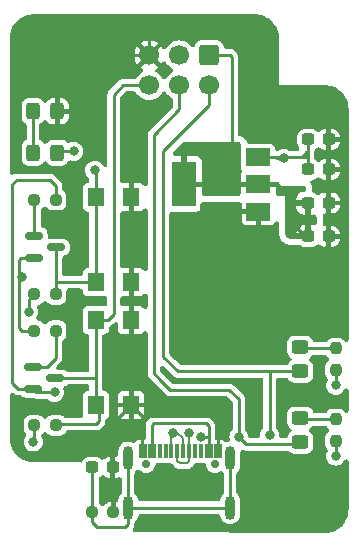
<source format=gtl>
%TF.GenerationSoftware,KiCad,Pcbnew,7.0.7*%
%TF.CreationDate,2023-09-20T03:29:36+03:00*%
%TF.ProjectId,TPB v1.1,54504220-7631-42e3-912e-6b696361645f,rev?*%
%TF.SameCoordinates,Original*%
%TF.FileFunction,Copper,L1,Top*%
%TF.FilePolarity,Positive*%
%FSLAX46Y46*%
G04 Gerber Fmt 4.6, Leading zero omitted, Abs format (unit mm)*
G04 Created by KiCad (PCBNEW 7.0.7) date 2023-09-20 03:29:36*
%MOMM*%
%LPD*%
G01*
G04 APERTURE LIST*
G04 Aperture macros list*
%AMRoundRect*
0 Rectangle with rounded corners*
0 $1 Rounding radius*
0 $2 $3 $4 $5 $6 $7 $8 $9 X,Y pos of 4 corners*
0 Add a 4 corners polygon primitive as box body*
4,1,4,$2,$3,$4,$5,$6,$7,$8,$9,$2,$3,0*
0 Add four circle primitives for the rounded corners*
1,1,$1+$1,$2,$3*
1,1,$1+$1,$4,$5*
1,1,$1+$1,$6,$7*
1,1,$1+$1,$8,$9*
0 Add four rect primitives between the rounded corners*
20,1,$1+$1,$2,$3,$4,$5,0*
20,1,$1+$1,$4,$5,$6,$7,0*
20,1,$1+$1,$6,$7,$8,$9,0*
20,1,$1+$1,$8,$9,$2,$3,0*%
%AMOutline4P*
0 Free polygon, 4 corners , with rotation*
0 The origin of the aperture is its center*
0 number of corners: always 4*
0 $1 to $8 corner X, Y*
0 $9 Rotation angle, in degrees counterclockwise*
0 create outline with 4 corners*
4,1,4,$1,$2,$3,$4,$5,$6,$7,$8,$1,$2,$9*%
G04 Aperture macros list end*
%TA.AperFunction,SMDPad,CuDef*%
%ADD10RoundRect,0.150000X-0.587500X-0.150000X0.587500X-0.150000X0.587500X0.150000X-0.587500X0.150000X0*%
%TD*%
%TA.AperFunction,SMDPad,CuDef*%
%ADD11R,2.000000X1.500000*%
%TD*%
%TA.AperFunction,SMDPad,CuDef*%
%ADD12R,2.000000X3.800000*%
%TD*%
%TA.AperFunction,SMDPad,CuDef*%
%ADD13RoundRect,0.250000X0.450000X-0.325000X0.450000X0.325000X-0.450000X0.325000X-0.450000X-0.325000X0*%
%TD*%
%TA.AperFunction,SMDPad,CuDef*%
%ADD14RoundRect,0.237500X0.300000X0.237500X-0.300000X0.237500X-0.300000X-0.237500X0.300000X-0.237500X0*%
%TD*%
%TA.AperFunction,SMDPad,CuDef*%
%ADD15RoundRect,0.237500X-0.300000X-0.237500X0.300000X-0.237500X0.300000X0.237500X-0.300000X0.237500X0*%
%TD*%
%TA.AperFunction,ComponentPad*%
%ADD16RoundRect,0.250000X-0.600000X0.600000X-0.600000X-0.600000X0.600000X-0.600000X0.600000X0.600000X0*%
%TD*%
%TA.AperFunction,ComponentPad*%
%ADD17C,1.700000*%
%TD*%
%TA.AperFunction,SMDPad,CuDef*%
%ADD18RoundRect,0.237500X0.250000X0.237500X-0.250000X0.237500X-0.250000X-0.237500X0.250000X-0.237500X0*%
%TD*%
%TA.AperFunction,SMDPad,CuDef*%
%ADD19RoundRect,0.250000X-0.325000X-0.450000X0.325000X-0.450000X0.325000X0.450000X-0.325000X0.450000X0*%
%TD*%
%TA.AperFunction,SMDPad,CuDef*%
%ADD20R,1.400000X1.600000*%
%TD*%
%TA.AperFunction,SMDPad,CuDef*%
%ADD21RoundRect,0.237500X-0.237500X0.250000X-0.237500X-0.250000X0.237500X-0.250000X0.237500X0.250000X0*%
%TD*%
%TA.AperFunction,SMDPad,CuDef*%
%ADD22RoundRect,0.237500X-0.250000X-0.237500X0.250000X-0.237500X0.250000X0.237500X-0.250000X0.237500X0*%
%TD*%
%TA.AperFunction,SMDPad,CuDef*%
%ADD23RoundRect,0.250000X0.325000X0.450000X-0.325000X0.450000X-0.325000X-0.450000X0.325000X-0.450000X0*%
%TD*%
%TA.AperFunction,WasherPad*%
%ADD24C,0.700000*%
%TD*%
%TA.AperFunction,SMDPad,CuDef*%
%ADD25Outline4P,-0.300000X-0.570000X0.300000X-0.570000X0.300000X0.570000X-0.300000X0.570000X0.000000*%
%TD*%
%TA.AperFunction,SMDPad,CuDef*%
%ADD26Outline4P,-0.150000X-0.570000X0.150000X-0.570000X0.150000X0.570000X-0.150000X0.570000X0.000000*%
%TD*%
%TA.AperFunction,ComponentPad*%
%ADD27O,0.900000X2.000000*%
%TD*%
%TA.AperFunction,ViaPad*%
%ADD28C,0.800000*%
%TD*%
%TA.AperFunction,Conductor*%
%ADD29C,0.250000*%
%TD*%
%TA.AperFunction,Conductor*%
%ADD30C,0.200000*%
%TD*%
G04 APERTURE END LIST*
D10*
%TO.P,Q2,1,B*%
%TO.N,Net-(Q2-B)*%
X42400000Y-175640000D03*
%TO.P,Q2,2,E*%
%TO.N,/RTS*%
X42400000Y-177540000D03*
%TO.P,Q2,3,C*%
%TO.N,/EN*%
X44275000Y-176590000D03*
%TD*%
D11*
%TO.P,U2,1,GND*%
%TO.N,GND*%
X61450000Y-162500000D03*
%TO.P,U2,2,VO*%
%TO.N,+3V3*%
X61450000Y-160200000D03*
D12*
X55150000Y-160200000D03*
D11*
%TO.P,U2,3,VI*%
%TO.N,+5V*%
X61450000Y-157900000D03*
%TD*%
D13*
%TO.P,D1,1,K*%
%TO.N,/TX*%
X65000000Y-176025000D03*
%TO.P,D1,2,A*%
%TO.N,Net-(D1-A)*%
X65000000Y-173975000D03*
%TD*%
D10*
%TO.P,Q1,1,B*%
%TO.N,Net-(Q1-B)*%
X42462500Y-164550000D03*
%TO.P,Q1,2,E*%
%TO.N,/DTR*%
X42462500Y-166450000D03*
%TO.P,Q1,3,C*%
%TO.N,/IO0*%
X44337500Y-165500000D03*
%TD*%
D14*
%TO.P,C1,1*%
%TO.N,GND*%
X49122500Y-184150000D03*
%TO.P,C1,2*%
%TO.N,Earth*%
X47397500Y-184150000D03*
%TD*%
D15*
%TO.P,C4,1*%
%TO.N,+5V*%
X65667500Y-156390000D03*
%TO.P,C4,2*%
%TO.N,GND*%
X67392500Y-156390000D03*
%TD*%
D16*
%TO.P,J1,1,Pin_1*%
%TO.N,+3V3*%
X57295000Y-149247500D03*
D17*
%TO.P,J1,2,Pin_2*%
%TO.N,/TX*%
X57295000Y-151787500D03*
%TO.P,J1,3,Pin_3*%
%TO.N,/IO0*%
X54755000Y-149247500D03*
%TO.P,J1,4,Pin_4*%
%TO.N,/RX*%
X54755000Y-151787500D03*
%TO.P,J1,5,Pin_5*%
%TO.N,GND*%
X52215000Y-149247500D03*
%TO.P,J1,6,Pin_6*%
%TO.N,/EN*%
X52215000Y-151787500D03*
%TD*%
D18*
%TO.P,R4,1*%
%TO.N,/IO0*%
X44312500Y-169500000D03*
%TO.P,R4,2*%
%TO.N,+3V3*%
X42487500Y-169500000D03*
%TD*%
D19*
%TO.P,R10,1*%
%TO.N,Net-(D3-A)*%
X42375000Y-157500000D03*
%TO.P,R10,2*%
%TO.N,+3V3*%
X44425000Y-157500000D03*
%TD*%
D15*
%TO.P,C6,1*%
%TO.N,+3V3*%
X65667500Y-164600000D03*
%TO.P,C6,2*%
%TO.N,GND*%
X67392500Y-164600000D03*
%TD*%
D20*
%TO.P,SW2,1,1*%
%TO.N,/EN*%
X47680000Y-178860000D03*
X47680000Y-171660000D03*
%TO.P,SW2,2,2*%
%TO.N,GND*%
X50680000Y-178860000D03*
X50680000Y-171660000D03*
%TD*%
D18*
%TO.P,R1,1*%
%TO.N,GND*%
X49172500Y-187960000D03*
%TO.P,R1,2*%
%TO.N,Earth*%
X47347500Y-187960000D03*
%TD*%
D21*
%TO.P,R8,1*%
%TO.N,Net-(D1-A)*%
X68000000Y-174087500D03*
%TO.P,R8,2*%
%TO.N,+3V3*%
X68000000Y-175912500D03*
%TD*%
D22*
%TO.P,R3,1*%
%TO.N,/DTR*%
X42487500Y-172590000D03*
%TO.P,R3,2*%
%TO.N,Net-(Q2-B)*%
X44312500Y-172590000D03*
%TD*%
D23*
%TO.P,D3,1,K*%
%TO.N,GND*%
X44425000Y-154000000D03*
%TO.P,D3,2,A*%
%TO.N,Net-(D3-A)*%
X42375000Y-154000000D03*
%TD*%
D20*
%TO.P,SW1,1,1*%
%TO.N,/IO0*%
X47680000Y-168470000D03*
X47680000Y-161270000D03*
%TO.P,SW1,2,2*%
%TO.N,GND*%
X50680000Y-168470000D03*
X50680000Y-161270000D03*
%TD*%
D21*
%TO.P,R9,1*%
%TO.N,Net-(D2-A)*%
X68000000Y-180087500D03*
%TO.P,R9,2*%
%TO.N,+3V3*%
X68000000Y-181912500D03*
%TD*%
D18*
%TO.P,R5,1*%
%TO.N,/EN*%
X44312500Y-180590000D03*
%TO.P,R5,2*%
%TO.N,+3V3*%
X42487500Y-180590000D03*
%TD*%
%TO.P,R2,1*%
%TO.N,/RTS*%
X44312500Y-161500000D03*
%TO.P,R2,2*%
%TO.N,Net-(Q1-B)*%
X42487500Y-161500000D03*
%TD*%
D15*
%TO.P,C5,1*%
%TO.N,+5V*%
X65667500Y-158930000D03*
%TO.P,C5,2*%
%TO.N,GND*%
X67392500Y-158930000D03*
%TD*%
D13*
%TO.P,D2,1,K*%
%TO.N,/RX*%
X65000000Y-182025000D03*
%TO.P,D2,2,A*%
%TO.N,Net-(D2-A)*%
X65000000Y-179975000D03*
%TD*%
D15*
%TO.P,C7,1*%
%TO.N,+3V3*%
X65667500Y-161770000D03*
%TO.P,C7,2*%
%TO.N,GND*%
X67392500Y-161770000D03*
%TD*%
D24*
%TO.P,CN1,*%
%TO.N,*%
X51975000Y-183877313D03*
X57775000Y-183877313D03*
D25*
%TO.P,CN1,A1/B12,GND*%
%TO.N,GND*%
X51645000Y-182797313D03*
%TO.P,CN1,A4/B9,VBUS*%
%TO.N,+5V*%
X52445000Y-182797313D03*
D26*
%TO.P,CN1,A5,CC1*%
%TO.N,unconnected-(CN1-CC1-PadA5)*%
X53595000Y-182797313D03*
%TO.P,CN1,A6,DP1*%
%TO.N,/USB_P*%
X54595000Y-182797313D03*
%TO.P,CN1,A7,DN1*%
%TO.N,/USB_N*%
X55095000Y-182797313D03*
%TO.P,CN1,A8,SBU1*%
%TO.N,unconnected-(CN1-SBU1-PadA8)*%
X56095000Y-182797313D03*
D25*
%TO.P,CN1,B1/A12,GND*%
%TO.N,GND*%
X58045000Y-182797313D03*
%TO.P,CN1,B4/A9,VBUS*%
%TO.N,+5V*%
X57245000Y-182797313D03*
D26*
%TO.P,CN1,B5,CC2*%
%TO.N,unconnected-(CN1-CC2-PadB5)*%
X56595000Y-182797313D03*
%TO.P,CN1,B6,DP2*%
%TO.N,/USB_P*%
X55595000Y-182797313D03*
%TO.P,CN1,B7,DN2*%
%TO.N,/USB_N*%
X54095000Y-182797313D03*
%TO.P,CN1,B8,SBU2*%
%TO.N,unconnected-(CN1-SBU2-PadB8)*%
X53095000Y-182797313D03*
D27*
%TO.P,CN1,S1,SHIELD*%
%TO.N,Earth*%
X50425000Y-183387313D03*
%TO.P,CN1,S2,SHIELD*%
X59075000Y-183387313D03*
%TO.P,CN1,S3,SHIELD*%
X50425000Y-187557313D03*
%TO.P,CN1,S4,SHIELD*%
X59075000Y-187557313D03*
%TD*%
D28*
%TO.N,GND*%
X65600000Y-187900000D03*
X62500000Y-172000000D03*
X41400000Y-151400000D03*
X61400000Y-164400000D03*
X51100000Y-157700000D03*
X55700000Y-164000000D03*
X45500000Y-163800000D03*
X42700000Y-148500000D03*
X44900000Y-182900000D03*
X50680000Y-163000000D03*
X57800000Y-179800000D03*
X45600000Y-179100000D03*
X61600000Y-154400000D03*
X61400000Y-174800000D03*
X62300000Y-188000000D03*
X49700000Y-176900000D03*
X61400000Y-183800000D03*
X66400000Y-168500000D03*
X47100000Y-181600000D03*
X60400000Y-149100000D03*
X66700000Y-177400000D03*
X67000000Y-185700000D03*
X54900000Y-166600000D03*
X53400000Y-185700000D03*
X46300000Y-151400000D03*
X59700000Y-172800000D03*
X61100000Y-179800000D03*
X46200000Y-147000000D03*
X64400000Y-169200000D03*
X45900000Y-174300000D03*
%TO.N,+3V3*%
X42400000Y-182000000D03*
X57100000Y-159900000D03*
X57100000Y-157600000D03*
X68000000Y-183200000D03*
X59200000Y-157600000D03*
X64600000Y-163800000D03*
X42000000Y-171000000D03*
X59200000Y-160100000D03*
X45800000Y-157400000D03*
X68000000Y-177200000D03*
X58200000Y-158800000D03*
X55200000Y-160200000D03*
%TO.N,+5V*%
X63600000Y-158000000D03*
X56600000Y-181600000D03*
%TO.N,/USB_P*%
X55600000Y-181200000D03*
%TO.N,/IO0*%
X47600000Y-159000000D03*
%TO.N,/TX*%
X62400000Y-181400000D03*
%TO.N,/RX*%
X59800000Y-181600000D03*
%TO.N,/DTR*%
X41400000Y-168000000D03*
%TO.N,/RTS*%
X44200000Y-177800000D03*
%TO.N,/USB_N*%
X54200000Y-181200000D03*
%TD*%
D29*
%TO.N,GND*%
X58045000Y-180045000D02*
X57800000Y-179800000D01*
X51600000Y-180000000D02*
X51600000Y-180600000D01*
X49122500Y-182200000D02*
X49122500Y-180417500D01*
X51620000Y-179800000D02*
X50680000Y-178860000D01*
X67392500Y-156390000D02*
X67392500Y-164010000D01*
X52200000Y-149232500D02*
X52215000Y-149247500D01*
X67392500Y-154392500D02*
X66800000Y-153800000D01*
X52600000Y-146600000D02*
X52200000Y-147000000D01*
X67392500Y-156390000D02*
X67392500Y-154392500D01*
X57800000Y-179800000D02*
X51800000Y-179800000D01*
X67000000Y-165600000D02*
X61600000Y-165600000D01*
X62400000Y-147000000D02*
X62000000Y-146600000D01*
X49122500Y-184150000D02*
X49122500Y-187910000D01*
X61400000Y-165400000D02*
X61400000Y-162550000D01*
X61400000Y-162550000D02*
X61450000Y-162500000D01*
X44425000Y-154000000D02*
X44425000Y-149975000D01*
X49122500Y-187910000D02*
X49172500Y-187960000D01*
X63000000Y-153800000D02*
X62400000Y-153200000D01*
X62000000Y-146600000D02*
X52600000Y-146600000D01*
X66800000Y-153800000D02*
X63000000Y-153800000D01*
X51800000Y-179800000D02*
X51620000Y-179800000D01*
X61600000Y-165600000D02*
X61400000Y-165400000D01*
X49122500Y-181477500D02*
X49122500Y-182200000D01*
X61400000Y-174800000D02*
X61400000Y-164400000D01*
X50680000Y-161270000D02*
X50680000Y-178860000D01*
X58045000Y-182797313D02*
X58045000Y-180045000D01*
X62400000Y-153200000D02*
X62400000Y-147000000D01*
X67392500Y-164010000D02*
X67392500Y-165207500D01*
X45152500Y-149247500D02*
X52215000Y-149247500D01*
X67392500Y-165207500D02*
X67000000Y-165600000D01*
X50680000Y-178860000D02*
X50860000Y-178860000D01*
X49122500Y-180417500D02*
X50680000Y-178860000D01*
X51800000Y-179800000D02*
X51600000Y-180000000D01*
X44425000Y-149975000D02*
X45152500Y-149247500D01*
X49122500Y-184150000D02*
X49122500Y-182200000D01*
X52200000Y-147000000D02*
X52200000Y-149232500D01*
X51600000Y-182752313D02*
X51645000Y-182797313D01*
X51600000Y-180600000D02*
X51600000Y-182752313D01*
%TO.N,Earth*%
X50425000Y-187557313D02*
X59075000Y-187557313D01*
X50425000Y-188975000D02*
X50425000Y-187557313D01*
X47347500Y-188747500D02*
X47800000Y-189200000D01*
X47347500Y-187960000D02*
X47347500Y-188747500D01*
X50425000Y-187557313D02*
X50425000Y-183387313D01*
X47800000Y-189200000D02*
X50200000Y-189200000D01*
X47397500Y-187910000D02*
X47347500Y-187960000D01*
X50200000Y-189200000D02*
X50425000Y-188975000D01*
X59075000Y-183387313D02*
X59075000Y-187557313D01*
X47397500Y-184150000D02*
X47397500Y-187910000D01*
%TO.N,+3V3*%
X65400000Y-164600000D02*
X64600000Y-163800000D01*
X42410000Y-180590000D02*
X42400000Y-180600000D01*
X45800000Y-157400000D02*
X44525000Y-157400000D01*
X68000000Y-181912500D02*
X68000000Y-183200000D01*
X44525000Y-157400000D02*
X44425000Y-157500000D01*
X58100000Y-160200000D02*
X55150000Y-160200000D01*
X61450000Y-160200000D02*
X59400000Y-160200000D01*
X42000000Y-171000000D02*
X42000000Y-169987500D01*
X59200000Y-160000000D02*
X59400000Y-160200000D01*
X42487500Y-180590000D02*
X42487500Y-181912500D01*
X59200000Y-149400000D02*
X59200000Y-160000000D01*
X59400000Y-160200000D02*
X58100000Y-160200000D01*
X57295000Y-149247500D02*
X59047500Y-149247500D01*
X68000000Y-177200000D02*
X68000000Y-175912500D01*
X63000000Y-160200000D02*
X64570000Y-161770000D01*
X64570000Y-161770000D02*
X65667500Y-161770000D01*
X61450000Y-160200000D02*
X63000000Y-160200000D01*
X42487500Y-181912500D02*
X42400000Y-182000000D01*
X42000000Y-169987500D02*
X42487500Y-169500000D01*
X59047500Y-149247500D02*
X59200000Y-149400000D01*
X65667500Y-161770000D02*
X65667500Y-164600000D01*
X65667500Y-164600000D02*
X65400000Y-164600000D01*
%TO.N,+5V*%
X57245000Y-181600000D02*
X57245000Y-180645000D01*
X57200000Y-180600000D02*
X57000000Y-180400000D01*
X65667500Y-156390000D02*
X65667500Y-157800000D01*
X61450000Y-157900000D02*
X65567500Y-157900000D01*
X52445000Y-182797313D02*
X52445000Y-180555000D01*
X65667500Y-157800000D02*
X65667500Y-158930000D01*
X57245000Y-180645000D02*
X57200000Y-180600000D01*
X65567500Y-157900000D02*
X65667500Y-157800000D01*
X57000000Y-180400000D02*
X52600000Y-180400000D01*
X52445000Y-180555000D02*
X52600000Y-180400000D01*
X57245000Y-181600000D02*
X56600000Y-181600000D01*
X57245000Y-182797313D02*
X57245000Y-181600000D01*
D30*
%TO.N,/USB_P*%
X55595000Y-181205000D02*
X55600000Y-181200000D01*
X55595000Y-183605000D02*
X55595000Y-182797313D01*
X54800000Y-183800000D02*
X55400000Y-183800000D01*
X54595000Y-182797313D02*
X54595000Y-183595000D01*
X55600000Y-181600000D02*
X55600000Y-181200000D01*
X55595000Y-182797313D02*
X55595000Y-181205000D01*
X54595000Y-183595000D02*
X54800000Y-183800000D01*
X55400000Y-183800000D02*
X55595000Y-183605000D01*
D29*
%TO.N,/IO0*%
X44367500Y-168470000D02*
X44337500Y-168500000D01*
X47600000Y-159000000D02*
X47680000Y-159080000D01*
X44337500Y-165500000D02*
X44337500Y-168500000D01*
X47680000Y-159080000D02*
X47680000Y-161270000D01*
X44337500Y-168500000D02*
X44337500Y-169475000D01*
X44337500Y-169475000D02*
X44312500Y-169500000D01*
X47900000Y-168470000D02*
X44367500Y-168470000D01*
X47680000Y-161270000D02*
X47680000Y-168470000D01*
%TO.N,/TX*%
X57295000Y-151787500D02*
X57295000Y-153505000D01*
X53400000Y-157400000D02*
X53400000Y-174800000D01*
X53400000Y-174800000D02*
X54625000Y-176025000D01*
X62400000Y-181400000D02*
X62400000Y-176025000D01*
X57295000Y-153505000D02*
X53400000Y-157400000D01*
X65000000Y-176025000D02*
X64000000Y-176025000D01*
X62400000Y-176025000D02*
X64000000Y-176025000D01*
X54625000Y-176025000D02*
X62400000Y-176025000D01*
%TO.N,/RX*%
X54000000Y-177600000D02*
X59000000Y-177600000D01*
X54755000Y-151787500D02*
X54755000Y-153845000D01*
X64825000Y-182200000D02*
X60400000Y-182200000D01*
X52600000Y-176200000D02*
X53200000Y-176800000D01*
X60400000Y-182200000D02*
X59800000Y-181600000D01*
X53200000Y-176800000D02*
X54000000Y-177600000D01*
X59800000Y-178400000D02*
X59800000Y-181600000D01*
X52600000Y-156000000D02*
X52600000Y-176200000D01*
X65000000Y-182025000D02*
X64825000Y-182200000D01*
X54755000Y-153845000D02*
X52600000Y-156000000D01*
X59000000Y-177600000D02*
X59800000Y-178400000D01*
%TO.N,/EN*%
X49200000Y-171200000D02*
X48740000Y-171660000D01*
X47720000Y-180500000D02*
X47970000Y-180250000D01*
X47590000Y-176590000D02*
X47680000Y-176500000D01*
X52215000Y-151787500D02*
X50012500Y-151787500D01*
X47680000Y-171660000D02*
X47680000Y-176500000D01*
X47970000Y-180250000D02*
X47970000Y-178930000D01*
X44275000Y-176590000D02*
X47590000Y-176590000D01*
X49200000Y-152600000D02*
X49200000Y-171200000D01*
X50012500Y-151787500D02*
X49200000Y-152600000D01*
X47680000Y-176500000D02*
X47680000Y-178860000D01*
X44402500Y-180500000D02*
X47720000Y-180500000D01*
X47970000Y-178930000D02*
X47900000Y-178860000D01*
X48740000Y-171660000D02*
X47680000Y-171660000D01*
X44312500Y-180590000D02*
X44402500Y-180500000D01*
%TO.N,Net-(Q1-B)*%
X42487500Y-161500000D02*
X42487500Y-164525000D01*
X42487500Y-164525000D02*
X42462500Y-164550000D01*
%TO.N,/DTR*%
X41200000Y-166620000D02*
X41370000Y-166450000D01*
X41200000Y-172380000D02*
X41200000Y-166620000D01*
X41420000Y-172600000D02*
X41200000Y-172380000D01*
X41430000Y-172590000D02*
X41420000Y-172600000D01*
X41370000Y-166450000D02*
X42462500Y-166450000D01*
X42487500Y-172590000D02*
X41430000Y-172590000D01*
%TO.N,Net-(Q2-B)*%
X44312500Y-174887500D02*
X44312500Y-172590000D01*
X43560000Y-175640000D02*
X44312500Y-174887500D01*
X42400000Y-175640000D02*
X43560000Y-175640000D01*
%TO.N,/RTS*%
X40600000Y-177000000D02*
X40600000Y-160200000D01*
X41000000Y-159800000D02*
X43800000Y-159800000D01*
X42400000Y-177540000D02*
X41140000Y-177540000D01*
X41140000Y-177540000D02*
X40600000Y-177000000D01*
X43800000Y-159800000D02*
X44312500Y-160312500D01*
X40600000Y-160200000D02*
X41000000Y-159800000D01*
X42660000Y-177800000D02*
X42400000Y-177540000D01*
X44200000Y-177800000D02*
X42660000Y-177800000D01*
X44312500Y-160312500D02*
X44312500Y-161500000D01*
%TO.N,Net-(D1-A)*%
X68000000Y-174087500D02*
X65112500Y-174087500D01*
X65112500Y-174087500D02*
X65000000Y-173975000D01*
%TO.N,Net-(D2-A)*%
X68000000Y-180087500D02*
X65112500Y-180087500D01*
X65112500Y-180087500D02*
X65000000Y-179975000D01*
%TO.N,Net-(D3-A)*%
X42375000Y-154000000D02*
X42375000Y-157500000D01*
D30*
%TO.N,/USB_N*%
X54095000Y-181305000D02*
X54095000Y-182797313D01*
X54200000Y-181200000D02*
X54600000Y-181200000D01*
X54200000Y-181200000D02*
X54095000Y-181305000D01*
X54600000Y-181200000D02*
X55095000Y-181695000D01*
X55095000Y-181695000D02*
X55095000Y-182797313D01*
%TD*%
%TA.AperFunction,Conductor*%
%TO.N,+5V*%
G36*
X63652180Y-157709013D02*
G01*
X63679243Y-157715189D01*
X63715618Y-157727917D01*
X63740633Y-157739963D01*
X63754682Y-157748791D01*
X63797648Y-157775789D01*
X63809861Y-157782994D01*
X63835596Y-157797217D01*
X63835601Y-157797220D01*
X63948394Y-157840274D01*
X64004006Y-157882571D01*
X64027922Y-157948220D01*
X64012549Y-158016378D01*
X63981488Y-158053067D01*
X63957942Y-158071845D01*
X63957887Y-158071867D01*
X63917709Y-158103931D01*
X63900366Y-158117763D01*
X63898785Y-158118408D01*
X63898212Y-158118982D01*
X63895634Y-158121285D01*
X63893082Y-158124112D01*
X63883454Y-158133740D01*
X63839472Y-158177712D01*
X63839393Y-158177798D01*
X63794973Y-158222218D01*
X63773265Y-158239530D01*
X63740637Y-158260032D01*
X63715617Y-158272081D01*
X63679244Y-158284808D01*
X63652173Y-158290986D01*
X63613881Y-158295300D01*
X63586118Y-158295301D01*
X63547819Y-158290986D01*
X63520750Y-158284807D01*
X63484382Y-158272081D01*
X63459366Y-158260034D01*
X63402139Y-158224077D01*
X63395946Y-158220281D01*
X63395942Y-158220279D01*
X63287955Y-158170486D01*
X63287946Y-158170483D01*
X63203730Y-158143121D01*
X63123541Y-158124129D01*
X63072989Y-158123717D01*
X63006112Y-158103486D01*
X62960789Y-158050311D01*
X62950000Y-157999721D01*
X62950000Y-157991399D01*
X62969685Y-157924360D01*
X63022489Y-157878605D01*
X63077794Y-157867458D01*
X63097550Y-157868063D01*
X63238737Y-157840353D01*
X63322331Y-157811102D01*
X63424320Y-157761986D01*
X63459364Y-157739965D01*
X63484379Y-157727918D01*
X63520759Y-157715188D01*
X63547822Y-157709011D01*
X63586116Y-157704697D01*
X63613876Y-157704697D01*
X63652180Y-157709013D01*
G37*
%TD.AperFunction*%
%TA.AperFunction,Conductor*%
G36*
X65630539Y-157384684D02*
G01*
X65676294Y-157437488D01*
X65687499Y-157488998D01*
X65687500Y-157748791D01*
X65688220Y-157765649D01*
X65688422Y-157770363D01*
X65689045Y-157777669D01*
X65689189Y-157786123D01*
X65687832Y-157812625D01*
X65687500Y-157825570D01*
X65687500Y-157831000D01*
X65667815Y-157898039D01*
X65615011Y-157943794D01*
X65563500Y-157955000D01*
X65318361Y-157955000D01*
X65318342Y-157955001D01*
X65228435Y-157964186D01*
X65159742Y-157951416D01*
X65108858Y-157903535D01*
X65091938Y-157835745D01*
X65114354Y-157769569D01*
X65141524Y-157741561D01*
X65159752Y-157727916D01*
X65195119Y-157701440D01*
X65257743Y-157638816D01*
X65257743Y-157638815D01*
X65257748Y-157638811D01*
X65278881Y-157613911D01*
X65311068Y-157575993D01*
X65377433Y-157448333D01*
X65377535Y-157448039D01*
X65377596Y-157447954D01*
X65379192Y-157444264D01*
X65379994Y-157444611D01*
X65418261Y-157391265D01*
X65483214Y-157365521D01*
X65494576Y-157364999D01*
X65563500Y-157364999D01*
X65630539Y-157384684D01*
G37*
%TD.AperFunction*%
%TD*%
%TA.AperFunction,Conductor*%
%TO.N,GND*%
G36*
X67157044Y-180632707D02*
G01*
X67226285Y-180687926D01*
X67241989Y-180710701D01*
X67253315Y-180729852D01*
X67254374Y-180731643D01*
X67368357Y-180845626D01*
X67368359Y-180845627D01*
X67377210Y-180854478D01*
X67375594Y-180856093D01*
X67420814Y-180911267D01*
X67441674Y-180997339D01*
X67423124Y-181083937D01*
X67376159Y-181144470D01*
X67377210Y-181145521D01*
X67368891Y-181153839D01*
X67368836Y-181153911D01*
X67368756Y-181153974D01*
X67254375Y-181268355D01*
X67254371Y-181268360D01*
X67172319Y-181407104D01*
X67172319Y-181407105D01*
X67127346Y-181561901D01*
X67124500Y-181598066D01*
X67124500Y-181598068D01*
X67124501Y-182226929D01*
X67127346Y-182263101D01*
X67152455Y-182349522D01*
X67171679Y-182415692D01*
X67172320Y-182417896D01*
X67254371Y-182556639D01*
X67254375Y-182556644D01*
X67267724Y-182569993D01*
X67314843Y-182644981D01*
X67324759Y-182732988D01*
X67295510Y-182816578D01*
X67274213Y-182850472D01*
X67274210Y-182850479D01*
X67214633Y-183020741D01*
X67214632Y-183020745D01*
X67194435Y-183200000D01*
X67214632Y-183379255D01*
X67214632Y-183379257D01*
X67214633Y-183379258D01*
X67274210Y-183549520D01*
X67274210Y-183549521D01*
X67308471Y-183604047D01*
X67368603Y-183699746D01*
X67370187Y-183702266D01*
X67497733Y-183829812D01*
X67497735Y-183829813D01*
X67497738Y-183829816D01*
X67650478Y-183925789D01*
X67820745Y-183985368D01*
X68000000Y-184005565D01*
X68179255Y-183985368D01*
X68349522Y-183925789D01*
X68502262Y-183829816D01*
X68629816Y-183702262D01*
X68725789Y-183549522D01*
X68725789Y-183549521D01*
X68731735Y-183540059D01*
X68734586Y-183541850D01*
X68776914Y-183488766D01*
X68856704Y-183450334D01*
X68945267Y-183450327D01*
X69025063Y-183488747D01*
X69080286Y-183557985D01*
X69100000Y-183644326D01*
X69100000Y-187687606D01*
X69099745Y-187694727D01*
X69080550Y-187962353D01*
X69076487Y-187990535D01*
X69021575Y-188242230D01*
X69013531Y-188269543D01*
X68923264Y-188510818D01*
X68911405Y-188536702D01*
X68787632Y-188762623D01*
X68772201Y-188786551D01*
X68617447Y-188992505D01*
X68598758Y-189013986D01*
X68416200Y-189195741D01*
X68394637Y-189214334D01*
X68188007Y-189368178D01*
X68164012Y-189383505D01*
X67937547Y-189506283D01*
X67911609Y-189518028D01*
X67669935Y-189607231D01*
X67642588Y-189615154D01*
X67390655Y-189668956D01*
X67362456Y-189672895D01*
X67094743Y-189690911D01*
X67087642Y-189691134D01*
X51000683Y-189620266D01*
X50914430Y-189600180D01*
X50845432Y-189544657D01*
X50807358Y-189464696D01*
X50807748Y-189376133D01*
X50831530Y-189317876D01*
X50836467Y-189309756D01*
X50836469Y-189309755D01*
X50857356Y-189275405D01*
X50863070Y-189267009D01*
X50887364Y-189234975D01*
X50891114Y-189225463D01*
X50906208Y-189195072D01*
X50911526Y-189186328D01*
X50922365Y-189147637D01*
X50925610Y-189137987D01*
X50940359Y-189100589D01*
X50941404Y-189090420D01*
X50947742Y-189057073D01*
X50950499Y-189047233D01*
X50950500Y-189047227D01*
X50950500Y-189007045D01*
X50951022Y-188996864D01*
X50952595Y-188981563D01*
X50955131Y-188956890D01*
X50953393Y-188946807D01*
X50950500Y-188913000D01*
X50950500Y-188868921D01*
X50970207Y-188782578D01*
X51020670Y-188717250D01*
X51046100Y-188695650D01*
X51158054Y-188548377D01*
X51158057Y-188548371D01*
X51235730Y-188380485D01*
X51235733Y-188380476D01*
X51266867Y-188239034D01*
X51304674Y-188158946D01*
X51373486Y-188103194D01*
X51459674Y-188082819D01*
X51461214Y-188082813D01*
X58038289Y-188082813D01*
X58124632Y-188102520D01*
X58193873Y-188157739D01*
X58232300Y-188237531D01*
X58236122Y-188260297D01*
X58239485Y-188291219D01*
X58239485Y-188291221D01*
X58239486Y-188291223D01*
X58269559Y-188380476D01*
X58298555Y-188466531D01*
X58298557Y-188466537D01*
X58373831Y-188591643D01*
X58393930Y-188625049D01*
X58521151Y-188759354D01*
X58603832Y-188815413D01*
X58674270Y-188863171D01*
X58842071Y-188930029D01*
X58846125Y-188931644D01*
X59028679Y-188961572D01*
X59028680Y-188961573D01*
X59028682Y-188961572D01*
X59028683Y-188961573D01*
X59213407Y-188951558D01*
X59391659Y-188902067D01*
X59555104Y-188815413D01*
X59696100Y-188695650D01*
X59808054Y-188548377D01*
X59808057Y-188548371D01*
X59885730Y-188380485D01*
X59885730Y-188380483D01*
X59885732Y-188380480D01*
X59925500Y-188199810D01*
X59925500Y-186961200D01*
X59910514Y-186823403D01*
X59851444Y-186648092D01*
X59756070Y-186489577D01*
X59689188Y-186418971D01*
X59655026Y-186382906D01*
X59609956Y-186306668D01*
X59600500Y-186246054D01*
X59600500Y-185700000D01*
X59600500Y-184698916D01*
X59620206Y-184612578D01*
X59670672Y-184547249D01*
X59696095Y-184525654D01*
X59696094Y-184525654D01*
X59696100Y-184525650D01*
X59808054Y-184378377D01*
X59842619Y-184303667D01*
X59885730Y-184210485D01*
X59885730Y-184210483D01*
X59885732Y-184210480D01*
X59925500Y-184029810D01*
X59925499Y-182875209D01*
X59945207Y-182788866D01*
X60000426Y-182719625D01*
X60080218Y-182681198D01*
X60168782Y-182681198D01*
X60178186Y-182683588D01*
X60188670Y-182686525D01*
X60188672Y-182686526D01*
X60227378Y-182697370D01*
X60237012Y-182700610D01*
X60274411Y-182715359D01*
X60284580Y-182716404D01*
X60317928Y-182722741D01*
X60327772Y-182725500D01*
X60367955Y-182725500D01*
X60378136Y-182726022D01*
X60390064Y-182727247D01*
X60418110Y-182730131D01*
X60427354Y-182728537D01*
X60428191Y-182728393D01*
X60462000Y-182725500D01*
X63923126Y-182725500D01*
X64009469Y-182745207D01*
X64063840Y-182783786D01*
X64148136Y-182868082D01*
X64289600Y-182951743D01*
X64289602Y-182951744D01*
X64447431Y-182997598D01*
X64484306Y-183000500D01*
X64484308Y-183000500D01*
X65515692Y-183000500D01*
X65515694Y-183000500D01*
X65552569Y-182997598D01*
X65710398Y-182951744D01*
X65851865Y-182868081D01*
X65968081Y-182751865D01*
X66051744Y-182610398D01*
X66097598Y-182452569D01*
X66100500Y-182415694D01*
X66100500Y-181634306D01*
X66097598Y-181597431D01*
X66051744Y-181439602D01*
X66038780Y-181417681D01*
X65968082Y-181298136D01*
X65851863Y-181181917D01*
X65833891Y-181171289D01*
X65769603Y-181110375D01*
X65738111Y-181027600D01*
X65745653Y-180939358D01*
X65790734Y-180863127D01*
X65833891Y-180828711D01*
X65844282Y-180822565D01*
X65851865Y-180818081D01*
X65968081Y-180701865D01*
X65968084Y-180701858D01*
X65975757Y-180691969D01*
X65978552Y-180694137D01*
X66023750Y-180646427D01*
X66106522Y-180614926D01*
X66134143Y-180613000D01*
X67070701Y-180613000D01*
X67157044Y-180632707D01*
G37*
%TD.AperFunction*%
%TA.AperFunction,Conductor*%
G36*
X53607111Y-152336656D02*
G01*
X53663194Y-152405199D01*
X53665351Y-152409678D01*
X53667897Y-152415138D01*
X53667899Y-152415142D01*
X53793403Y-152594379D01*
X53948120Y-152749096D01*
X54127353Y-152874597D01*
X54127357Y-152874599D01*
X54127361Y-152874602D01*
X54127364Y-152874603D01*
X54129991Y-152876120D01*
X54131415Y-152877441D01*
X54134478Y-152879586D01*
X54134182Y-152880008D01*
X54194915Y-152936356D01*
X54227275Y-153018796D01*
X54229499Y-153048464D01*
X54229499Y-153544902D01*
X54209792Y-153631245D01*
X54171213Y-153685616D01*
X53677076Y-154179754D01*
X52234771Y-155622059D01*
X52219357Y-155636454D01*
X52188531Y-155665243D01*
X52167654Y-155699575D01*
X52161920Y-155707999D01*
X52137635Y-155740025D01*
X52137633Y-155740029D01*
X52133879Y-155749549D01*
X52118791Y-155779928D01*
X52113473Y-155788672D01*
X52102631Y-155827365D01*
X52099384Y-155837022D01*
X52084641Y-155874409D01*
X52084640Y-155874413D01*
X52083594Y-155884592D01*
X52077261Y-155917915D01*
X52074500Y-155927770D01*
X52074500Y-155967954D01*
X52073978Y-155978135D01*
X52069868Y-156018107D01*
X52071607Y-156028190D01*
X52074499Y-156061996D01*
X52074499Y-160124432D01*
X52054792Y-160210775D01*
X51999573Y-160280016D01*
X51919781Y-160318443D01*
X51831217Y-160318443D01*
X51751425Y-160280016D01*
X51714505Y-160241402D01*
X51707639Y-160231952D01*
X51618045Y-160142358D01*
X51505150Y-160084835D01*
X51505148Y-160084834D01*
X51411481Y-160070000D01*
X50880000Y-160070000D01*
X50880000Y-162469999D01*
X51411477Y-162469999D01*
X51505149Y-162455164D01*
X51618045Y-162397641D01*
X51707637Y-162308049D01*
X51714502Y-162298601D01*
X51781196Y-162240330D01*
X51866567Y-162216768D01*
X51953707Y-162232579D01*
X52025358Y-162284634D01*
X52067327Y-162362622D01*
X52074499Y-162415567D01*
X52074499Y-167324433D01*
X52054792Y-167410776D01*
X51999573Y-167480017D01*
X51919781Y-167518444D01*
X51831217Y-167518444D01*
X51751425Y-167480017D01*
X51714502Y-167441399D01*
X51707637Y-167431950D01*
X51618045Y-167342358D01*
X51505150Y-167284835D01*
X51505148Y-167284834D01*
X51411481Y-167270000D01*
X50880000Y-167270000D01*
X50880000Y-169669999D01*
X51411477Y-169669999D01*
X51505149Y-169655164D01*
X51618045Y-169597641D01*
X51707636Y-169508050D01*
X51714500Y-169498603D01*
X51781192Y-169440331D01*
X51866563Y-169416767D01*
X51953703Y-169432577D01*
X52025355Y-169484630D01*
X52067325Y-169562617D01*
X52074499Y-169615566D01*
X52074499Y-170514433D01*
X52054792Y-170600776D01*
X51999573Y-170670017D01*
X51919781Y-170708444D01*
X51831217Y-170708444D01*
X51751425Y-170670017D01*
X51714502Y-170631399D01*
X51707637Y-170621950D01*
X51618045Y-170532358D01*
X51505150Y-170474835D01*
X51505148Y-170474834D01*
X51411481Y-170460000D01*
X50880000Y-170460000D01*
X50880000Y-172859999D01*
X51411477Y-172859999D01*
X51505149Y-172845164D01*
X51618045Y-172787641D01*
X51707636Y-172698050D01*
X51714500Y-172688603D01*
X51781192Y-172630331D01*
X51866563Y-172606767D01*
X51953703Y-172622577D01*
X52025355Y-172674630D01*
X52067325Y-172752617D01*
X52074499Y-172805566D01*
X52074500Y-176191016D01*
X52072339Y-176254242D01*
X52072340Y-176254245D01*
X52081852Y-176293282D01*
X52083755Y-176303294D01*
X52089228Y-176343108D01*
X52089229Y-176343111D01*
X52093310Y-176352508D01*
X52104121Y-176384657D01*
X52106542Y-176394591D01*
X52106545Y-176394598D01*
X52126233Y-176429614D01*
X52130768Y-176438744D01*
X52146781Y-176475609D01*
X52153233Y-176483539D01*
X52172329Y-176511597D01*
X52177342Y-176520512D01*
X52205760Y-176548930D01*
X52212580Y-176556487D01*
X52237946Y-176587665D01*
X52237949Y-176587667D01*
X52246299Y-176593561D01*
X52272255Y-176615425D01*
X52773582Y-177116751D01*
X52773603Y-177116774D01*
X52990095Y-177333265D01*
X53622073Y-177965243D01*
X53665245Y-178011469D01*
X53699568Y-178032341D01*
X53707995Y-178038077D01*
X53720372Y-178047462D01*
X53740025Y-178062365D01*
X53749545Y-178066119D01*
X53779940Y-178081216D01*
X53788672Y-178086526D01*
X53827381Y-178097371D01*
X53837009Y-178100609D01*
X53874411Y-178115359D01*
X53884580Y-178116404D01*
X53917928Y-178122741D01*
X53927772Y-178125500D01*
X53967955Y-178125500D01*
X53978136Y-178126022D01*
X53990064Y-178127247D01*
X54018110Y-178130131D01*
X54027354Y-178128537D01*
X54028191Y-178128393D01*
X54062000Y-178125500D01*
X58699902Y-178125500D01*
X58786245Y-178145207D01*
X58840616Y-178183786D01*
X59216213Y-178559383D01*
X59263332Y-178634371D01*
X59274499Y-178700097D01*
X59274499Y-180910994D01*
X59254792Y-180997337D01*
X59216215Y-181051707D01*
X59170184Y-181097738D01*
X59074210Y-181250478D01*
X59074210Y-181250479D01*
X59015704Y-181417680D01*
X59014632Y-181420745D01*
X58994435Y-181600000D01*
X59014632Y-181779255D01*
X59014633Y-181779258D01*
X59015884Y-181790360D01*
X59013606Y-181790616D01*
X59013594Y-181863339D01*
X58975155Y-181943125D01*
X58905904Y-181998332D01*
X58872830Y-182010771D01*
X58844838Y-182018543D01*
X58756370Y-182022654D01*
X58674879Y-181987972D01*
X58650885Y-181967511D01*
X58583045Y-181899671D01*
X58470150Y-181842148D01*
X58470148Y-181842147D01*
X58376481Y-181827313D01*
X57969500Y-181827313D01*
X57883157Y-181807606D01*
X57813916Y-181752387D01*
X57775489Y-181672595D01*
X57770500Y-181628313D01*
X57770500Y-181621349D01*
X57770732Y-181614556D01*
X57774204Y-181563801D01*
X57774202Y-181563793D01*
X57773743Y-181557065D01*
X57770500Y-181525519D01*
X57770500Y-180653983D01*
X57772660Y-180590756D01*
X57772660Y-180590755D01*
X57763144Y-180551709D01*
X57761242Y-180541699D01*
X57755772Y-180501893D01*
X57755771Y-180501891D01*
X57755771Y-180501889D01*
X57751692Y-180492498D01*
X57740880Y-180460347D01*
X57738458Y-180450406D01*
X57732377Y-180439592D01*
X57718762Y-180415378D01*
X57714225Y-180406243D01*
X57712629Y-180402569D01*
X57698219Y-180369391D01*
X57691763Y-180361456D01*
X57672667Y-180333398D01*
X57667658Y-180324489D01*
X57667657Y-180324488D01*
X57667656Y-180324486D01*
X57639247Y-180296078D01*
X57632417Y-180288510D01*
X57607052Y-180257333D01*
X57598695Y-180251434D01*
X57572742Y-180229572D01*
X57377938Y-180034768D01*
X57334758Y-179988533D01*
X57333964Y-179988050D01*
X57300412Y-179967646D01*
X57291993Y-179961916D01*
X57259976Y-179937636D01*
X57250451Y-179933880D01*
X57220071Y-179918790D01*
X57211328Y-179913474D01*
X57172645Y-179902635D01*
X57162984Y-179899386D01*
X57125591Y-179884641D01*
X57125588Y-179884640D01*
X57115407Y-179883594D01*
X57082079Y-179877260D01*
X57072228Y-179874500D01*
X57072227Y-179874500D01*
X57032045Y-179874500D01*
X57021864Y-179873978D01*
X56981892Y-179869869D01*
X56981889Y-179869869D01*
X56971809Y-179871607D01*
X56938000Y-179874500D01*
X52608984Y-179874500D01*
X52607082Y-179874435D01*
X52545758Y-179872339D01*
X52545755Y-179872340D01*
X52506719Y-179881852D01*
X52496706Y-179883755D01*
X52456891Y-179889228D01*
X52456888Y-179889229D01*
X52447494Y-179893309D01*
X52415347Y-179904119D01*
X52405414Y-179906540D01*
X52405402Y-179906544D01*
X52370383Y-179926233D01*
X52361259Y-179930766D01*
X52324395Y-179946778D01*
X52324382Y-179946787D01*
X52316446Y-179953243D01*
X52288407Y-179972327D01*
X52279487Y-179977342D01*
X52251079Y-180005750D01*
X52243514Y-180012578D01*
X52212336Y-180037944D01*
X52212335Y-180037945D01*
X52206431Y-180046309D01*
X52184574Y-180072254D01*
X52079771Y-180177059D01*
X52068055Y-180188001D01*
X52033531Y-180220243D01*
X52012654Y-180254575D01*
X52006920Y-180262999D01*
X51982635Y-180295025D01*
X51982633Y-180295029D01*
X51978879Y-180304549D01*
X51963791Y-180334928D01*
X51958473Y-180343672D01*
X51947631Y-180382365D01*
X51944384Y-180392022D01*
X51929641Y-180429409D01*
X51929640Y-180429413D01*
X51928594Y-180439592D01*
X51922261Y-180472915D01*
X51919500Y-180482770D01*
X51919500Y-180522954D01*
X51918978Y-180533135D01*
X51914868Y-180573107D01*
X51916607Y-180583190D01*
X51919499Y-180616996D01*
X51919498Y-181628313D01*
X51899791Y-181714656D01*
X51844572Y-181783898D01*
X51764779Y-181822324D01*
X51720498Y-181827313D01*
X51313523Y-181827313D01*
X51219852Y-181842147D01*
X51106953Y-181899673D01*
X51106952Y-181899673D01*
X51052803Y-181953822D01*
X51048868Y-181971060D01*
X50993647Y-182040300D01*
X50913853Y-182078723D01*
X50825290Y-182078720D01*
X50795921Y-182069578D01*
X50653870Y-182012980D01*
X50471320Y-181983053D01*
X50471319Y-181983052D01*
X50286596Y-181993067D01*
X50286594Y-181993067D01*
X50286593Y-181993068D01*
X50214876Y-182012980D01*
X50108337Y-182042560D01*
X50108333Y-182042562D01*
X49944897Y-182129211D01*
X49944896Y-182129212D01*
X49803901Y-182248974D01*
X49691942Y-182396254D01*
X49614269Y-182564140D01*
X49574500Y-182744816D01*
X49574499Y-182744819D01*
X49574500Y-183076000D01*
X49554793Y-183162343D01*
X49499574Y-183231584D01*
X49419782Y-183270011D01*
X49375500Y-183275000D01*
X49322499Y-183275000D01*
X49322500Y-183950000D01*
X49322499Y-185024998D01*
X49322499Y-185024999D01*
X49486877Y-185024999D01*
X49523023Y-185022155D01*
X49644978Y-184986723D01*
X49733391Y-184981558D01*
X49815289Y-185015265D01*
X49874451Y-185081169D01*
X49899160Y-185166215D01*
X49899499Y-185177821D01*
X49899499Y-186245705D01*
X49879792Y-186332048D01*
X49829331Y-186397373D01*
X49803904Y-186418971D01*
X49691942Y-186566254D01*
X49614269Y-186734140D01*
X49572181Y-186925353D01*
X49569348Y-186924729D01*
X49546354Y-186991241D01*
X49483966Y-187054100D01*
X49400483Y-187083664D01*
X49377460Y-187085000D01*
X49372500Y-187085000D01*
X49372500Y-187961000D01*
X49352793Y-188047343D01*
X49297574Y-188116584D01*
X49217782Y-188155011D01*
X49173500Y-188160000D01*
X49171500Y-188160000D01*
X49085157Y-188140293D01*
X49015916Y-188085074D01*
X48977489Y-188005282D01*
X48972500Y-187961000D01*
X48972500Y-187085000D01*
X48972499Y-187084999D01*
X48858123Y-187085001D01*
X48858124Y-187085001D01*
X48821974Y-187087844D01*
X48667306Y-187132780D01*
X48528666Y-187214771D01*
X48528664Y-187214773D01*
X48405919Y-187337519D01*
X48404324Y-187335924D01*
X48349049Y-187381227D01*
X48262978Y-187402086D01*
X48176379Y-187383535D01*
X48115435Y-187336252D01*
X48114478Y-187337210D01*
X48106892Y-187329624D01*
X48106406Y-187329247D01*
X48105976Y-187328708D01*
X48105627Y-187328359D01*
X48105626Y-187328357D01*
X47991643Y-187214374D01*
X47991642Y-187214373D01*
X47982789Y-187205520D01*
X47985341Y-187202967D01*
X47943863Y-187152342D01*
X47923016Y-187066268D01*
X47922999Y-187063638D01*
X47922999Y-186245705D01*
X47922999Y-185108863D01*
X47942706Y-185022525D01*
X47997925Y-184953284D01*
X48020692Y-184937585D01*
X48091643Y-184895626D01*
X48119639Y-184867629D01*
X48194625Y-184820511D01*
X48282631Y-184810594D01*
X48366225Y-184839843D01*
X48401067Y-184867629D01*
X48428666Y-184895228D01*
X48567306Y-184977218D01*
X48721979Y-185022155D01*
X48758118Y-185025000D01*
X48758119Y-185025000D01*
X48922499Y-185024998D01*
X48922500Y-183274999D01*
X48758123Y-183275001D01*
X48721974Y-183277844D01*
X48567306Y-183322780D01*
X48428666Y-183404771D01*
X48401065Y-183432372D01*
X48326076Y-183479490D01*
X48238069Y-183489404D01*
X48154476Y-183460153D01*
X48119639Y-183432370D01*
X48091644Y-183404375D01*
X48091639Y-183404371D01*
X47952895Y-183322319D01*
X47798098Y-183277346D01*
X47798097Y-183277346D01*
X47761935Y-183274500D01*
X47761933Y-183274500D01*
X47553389Y-183274500D01*
X47033066Y-183274501D01*
X47012974Y-183276081D01*
X46996898Y-183277346D01*
X46842103Y-183322320D01*
X46703360Y-183404371D01*
X46703355Y-183404375D01*
X46589375Y-183518355D01*
X46589371Y-183518360D01*
X46507319Y-183657104D01*
X46507319Y-183657105D01*
X46466294Y-183798314D01*
X46462346Y-183811902D01*
X46459500Y-183848065D01*
X46459501Y-184451934D01*
X46461095Y-184472192D01*
X46462346Y-184488100D01*
X46465773Y-184499894D01*
X46470937Y-184588307D01*
X46437228Y-184670204D01*
X46400000Y-184703623D01*
X46400000Y-183700000D01*
X44400000Y-183700000D01*
X44399995Y-183700000D01*
X42403554Y-183700000D01*
X42396454Y-183699746D01*
X42129565Y-183680658D01*
X42101462Y-183676617D01*
X41850442Y-183622011D01*
X41823203Y-183614013D01*
X41582502Y-183524236D01*
X41556677Y-183512442D01*
X41410035Y-183432370D01*
X41331207Y-183389326D01*
X41307328Y-183373980D01*
X41168442Y-183270011D01*
X41101670Y-183220026D01*
X41080213Y-183201433D01*
X40898566Y-183019786D01*
X40879973Y-182998329D01*
X40787806Y-182875209D01*
X40726016Y-182792668D01*
X40710675Y-182768795D01*
X40587556Y-182543320D01*
X40575765Y-182517504D01*
X40485983Y-182276787D01*
X40477988Y-182249557D01*
X40477861Y-182248974D01*
X40423381Y-181998533D01*
X40419342Y-181970441D01*
X40406005Y-181783955D01*
X40400254Y-181703545D01*
X40400000Y-181696444D01*
X40400000Y-178023597D01*
X40419707Y-177937254D01*
X40474926Y-177868013D01*
X40554718Y-177829586D01*
X40643282Y-177829586D01*
X40723074Y-177868013D01*
X40739713Y-177882882D01*
X40762060Y-177905229D01*
X40805245Y-177951469D01*
X40839596Y-177972358D01*
X40847995Y-177978075D01*
X40880025Y-178002364D01*
X40880029Y-178002365D01*
X40880030Y-178002366D01*
X40889539Y-178006116D01*
X40919934Y-178021212D01*
X40928672Y-178026526D01*
X40967360Y-178037365D01*
X40977017Y-178040612D01*
X41014411Y-178055359D01*
X41024585Y-178056404D01*
X41057923Y-178062740D01*
X41067772Y-178065500D01*
X41107954Y-178065500D01*
X41118135Y-178066022D01*
X41130063Y-178067247D01*
X41158109Y-178070131D01*
X41167353Y-178068537D01*
X41168190Y-178068393D01*
X41201999Y-178065500D01*
X41329683Y-178065500D01*
X41416026Y-178085207D01*
X41449926Y-178105936D01*
X41479540Y-178128393D01*
X41540158Y-178174361D01*
X41540163Y-178174363D01*
X41540165Y-178174364D01*
X41564058Y-178183786D01*
X41680936Y-178229877D01*
X41714109Y-178233860D01*
X41769393Y-178240500D01*
X41769398Y-178240500D01*
X42309028Y-178240500D01*
X42386997Y-178258295D01*
X42387362Y-178257371D01*
X42393430Y-178259764D01*
X42395371Y-178260207D01*
X42397910Y-178261531D01*
X42400025Y-178262365D01*
X42409547Y-178266120D01*
X42439938Y-178281215D01*
X42448668Y-178286524D01*
X42448669Y-178286524D01*
X42448672Y-178286526D01*
X42487363Y-178297366D01*
X42497003Y-178300608D01*
X42534411Y-178315360D01*
X42544590Y-178316406D01*
X42577925Y-178322741D01*
X42587772Y-178325500D01*
X42627944Y-178325500D01*
X42638126Y-178326022D01*
X42649015Y-178327141D01*
X42678110Y-178330132D01*
X42688190Y-178328393D01*
X42722003Y-178325500D01*
X43510993Y-178325500D01*
X43597336Y-178345207D01*
X43651707Y-178383786D01*
X43697733Y-178429812D01*
X43697735Y-178429813D01*
X43697738Y-178429816D01*
X43850478Y-178525789D01*
X44020745Y-178585368D01*
X44200000Y-178605565D01*
X44379255Y-178585368D01*
X44549522Y-178525789D01*
X44702262Y-178429816D01*
X44829816Y-178302262D01*
X44925789Y-178149522D01*
X44985368Y-177979255D01*
X45005565Y-177800000D01*
X44985368Y-177620745D01*
X44944818Y-177504861D01*
X44934903Y-177416859D01*
X44964153Y-177333265D01*
X45026777Y-177270641D01*
X45059644Y-177254015D01*
X45134842Y-177224361D01*
X45213121Y-177165000D01*
X45225074Y-177155936D01*
X45305780Y-177119467D01*
X45345317Y-177115500D01*
X46955500Y-177115500D01*
X47041843Y-177135207D01*
X47111084Y-177190426D01*
X47149511Y-177270218D01*
X47154500Y-177314500D01*
X47154500Y-177460500D01*
X47134793Y-177546843D01*
X47079574Y-177616084D01*
X46999782Y-177654511D01*
X46955513Y-177659500D01*
X46948483Y-177659500D01*
X46854696Y-177674354D01*
X46854694Y-177674354D01*
X46741655Y-177731951D01*
X46651949Y-177821657D01*
X46594355Y-177934692D01*
X46594353Y-177934699D01*
X46579500Y-178028481D01*
X46579500Y-179691515D01*
X46579501Y-179691519D01*
X46587871Y-179744373D01*
X46581914Y-179832733D01*
X46538207Y-179909760D01*
X46465408Y-179960195D01*
X46391322Y-179974500D01*
X45169197Y-179974500D01*
X45082854Y-179954793D01*
X45028483Y-179916214D01*
X44956644Y-179844375D01*
X44956639Y-179844371D01*
X44817895Y-179762319D01*
X44663098Y-179717346D01*
X44626935Y-179714500D01*
X44626934Y-179714500D01*
X44626932Y-179714500D01*
X44391424Y-179714500D01*
X43998066Y-179714501D01*
X43977974Y-179716081D01*
X43961898Y-179717346D01*
X43807103Y-179762320D01*
X43668360Y-179844371D01*
X43668355Y-179844375D01*
X43545521Y-179967210D01*
X43543906Y-179965595D01*
X43488733Y-180010814D01*
X43402661Y-180031674D01*
X43316063Y-180013124D01*
X43255529Y-179966159D01*
X43254479Y-179967210D01*
X43246160Y-179958891D01*
X43246089Y-179958836D01*
X43246025Y-179958756D01*
X43131644Y-179844375D01*
X43131639Y-179844371D01*
X42992895Y-179762319D01*
X42838098Y-179717346D01*
X42801935Y-179714500D01*
X42801934Y-179714500D01*
X42801932Y-179714500D01*
X42565632Y-179714500D01*
X42173066Y-179714501D01*
X42152974Y-179716081D01*
X42136898Y-179717346D01*
X41982103Y-179762320D01*
X41843360Y-179844371D01*
X41843355Y-179844375D01*
X41729375Y-179958355D01*
X41729371Y-179958360D01*
X41647319Y-180097104D01*
X41647319Y-180097105D01*
X41608161Y-180231888D01*
X41602346Y-180251902D01*
X41599500Y-180288065D01*
X41599501Y-180891934D01*
X41601022Y-180911267D01*
X41602346Y-180928101D01*
X41624013Y-181002677D01*
X41640352Y-181058915D01*
X41647320Y-181082896D01*
X41729371Y-181221639D01*
X41729375Y-181221644D01*
X41748821Y-181241090D01*
X41795940Y-181316078D01*
X41805856Y-181404085D01*
X41776605Y-181487678D01*
X41775729Y-181488913D01*
X41674210Y-181650478D01*
X41674210Y-181650479D01*
X41614633Y-181820741D01*
X41614632Y-181820745D01*
X41594435Y-182000000D01*
X41614632Y-182179255D01*
X41614632Y-182179257D01*
X41614633Y-182179258D01*
X41674210Y-182349520D01*
X41674210Y-182349521D01*
X41770187Y-182502266D01*
X41897733Y-182629812D01*
X41897735Y-182629813D01*
X41897738Y-182629816D01*
X42050478Y-182725789D01*
X42220745Y-182785368D01*
X42400000Y-182805565D01*
X42579255Y-182785368D01*
X42749522Y-182725789D01*
X42902262Y-182629816D01*
X43029816Y-182502262D01*
X43125789Y-182349522D01*
X43185368Y-182179255D01*
X43205565Y-182000000D01*
X43185368Y-181820745D01*
X43125789Y-181650478D01*
X43090603Y-181594480D01*
X43061353Y-181510889D01*
X43071269Y-181422882D01*
X43118387Y-181347893D01*
X43126727Y-181340541D01*
X43131640Y-181335627D01*
X43131643Y-181335626D01*
X43245626Y-181221643D01*
X43245627Y-181221640D01*
X43254478Y-181212790D01*
X43256094Y-181214406D01*
X43311253Y-181169192D01*
X43397323Y-181148325D01*
X43483923Y-181166869D01*
X43544473Y-181213837D01*
X43545521Y-181212790D01*
X43553816Y-181221085D01*
X43553901Y-181221151D01*
X43553975Y-181221244D01*
X43554374Y-181221643D01*
X43668357Y-181335626D01*
X43668358Y-181335627D01*
X43668360Y-181335628D01*
X43807104Y-181417680D01*
X43807106Y-181417681D01*
X43961902Y-181462654D01*
X43998065Y-181465500D01*
X43998065Y-181465499D01*
X43998066Y-181465500D01*
X43998068Y-181465500D01*
X44233728Y-181465499D01*
X44626934Y-181465499D01*
X44663098Y-181462654D01*
X44817894Y-181417681D01*
X44956643Y-181335626D01*
X45070626Y-181221643D01*
X45128845Y-181123198D01*
X45189757Y-181058915D01*
X45272532Y-181027423D01*
X45300131Y-181025500D01*
X47711016Y-181025500D01*
X47774243Y-181027660D01*
X47774243Y-181027659D01*
X47774245Y-181027660D01*
X47813278Y-181018147D01*
X47823293Y-181016244D01*
X47835047Y-181014628D01*
X47863111Y-181010771D01*
X47872491Y-181006696D01*
X47904660Y-180995877D01*
X47914594Y-180993457D01*
X47949615Y-180973764D01*
X47958742Y-180969232D01*
X47972769Y-180963139D01*
X47995609Y-180953219D01*
X48003537Y-180946769D01*
X48031603Y-180927667D01*
X48032423Y-180927205D01*
X48040512Y-180922658D01*
X48068931Y-180894237D01*
X48076482Y-180887422D01*
X48107665Y-180862054D01*
X48113563Y-180853697D01*
X48135425Y-180827744D01*
X48335229Y-180627939D01*
X48365177Y-180599970D01*
X48381469Y-180584755D01*
X48402350Y-180550414D01*
X48408070Y-180542009D01*
X48432364Y-180509975D01*
X48436115Y-180500460D01*
X48451212Y-180470065D01*
X48456526Y-180461328D01*
X48467368Y-180422628D01*
X48470615Y-180412978D01*
X48482687Y-180382365D01*
X48485359Y-180375590D01*
X48486404Y-180365417D01*
X48492742Y-180332069D01*
X48495500Y-180322228D01*
X48495500Y-180282046D01*
X48496022Y-180271865D01*
X48497515Y-180257335D01*
X48500131Y-180231891D01*
X48498393Y-180221808D01*
X48495500Y-180188001D01*
X48495500Y-180172588D01*
X48515207Y-180086245D01*
X48570426Y-180017004D01*
X48604154Y-179995279D01*
X48618342Y-179988050D01*
X48708050Y-179898342D01*
X48765646Y-179785304D01*
X48780500Y-179691519D01*
X48780499Y-179060000D01*
X49580001Y-179060000D01*
X49580001Y-179691476D01*
X49594835Y-179785149D01*
X49652358Y-179898045D01*
X49741954Y-179987641D01*
X49854849Y-180045164D01*
X49854851Y-180045165D01*
X49948518Y-180059999D01*
X50479999Y-180059999D01*
X50480000Y-180059998D01*
X50480000Y-179060000D01*
X50880000Y-179060000D01*
X50880000Y-180059999D01*
X51411477Y-180059999D01*
X51505149Y-180045164D01*
X51618045Y-179987641D01*
X51707641Y-179898045D01*
X51765164Y-179785150D01*
X51765165Y-179785148D01*
X51780000Y-179691480D01*
X51780000Y-179060000D01*
X50880000Y-179060000D01*
X50480000Y-179060000D01*
X49580001Y-179060000D01*
X48780499Y-179060000D01*
X48780499Y-178660000D01*
X49580000Y-178660000D01*
X50479999Y-178660000D01*
X50479999Y-177660000D01*
X50880000Y-177660000D01*
X50880000Y-178660000D01*
X51779999Y-178660000D01*
X51779999Y-178028523D01*
X51765164Y-177934850D01*
X51707641Y-177821954D01*
X51618045Y-177732358D01*
X51505150Y-177674835D01*
X51505148Y-177674834D01*
X51411481Y-177660000D01*
X50880000Y-177660000D01*
X50479999Y-177660000D01*
X49948523Y-177660000D01*
X49854850Y-177674835D01*
X49741954Y-177732358D01*
X49652358Y-177821954D01*
X49594835Y-177934849D01*
X49594834Y-177934851D01*
X49580000Y-178028519D01*
X49580000Y-178660000D01*
X48780499Y-178660000D01*
X48780499Y-178028482D01*
X48765646Y-177934696D01*
X48708050Y-177821658D01*
X48708049Y-177821657D01*
X48708048Y-177821655D01*
X48618342Y-177731949D01*
X48505307Y-177674355D01*
X48505304Y-177674354D01*
X48505302Y-177674353D01*
X48505300Y-177674353D01*
X48411519Y-177659500D01*
X48404500Y-177659500D01*
X48318157Y-177639793D01*
X48248916Y-177584574D01*
X48210489Y-177504782D01*
X48205500Y-177460500D01*
X48205500Y-176532045D01*
X48206022Y-176521864D01*
X48208603Y-176496753D01*
X48210131Y-176481890D01*
X48209048Y-176475609D01*
X48208393Y-176471806D01*
X48205500Y-176437999D01*
X48205500Y-173059499D01*
X48225207Y-172973156D01*
X48280426Y-172903915D01*
X48360218Y-172865488D01*
X48404500Y-172860499D01*
X48411518Y-172860499D01*
X48505304Y-172845646D01*
X48618342Y-172788050D01*
X48708050Y-172698342D01*
X48765646Y-172585304D01*
X48780500Y-172491519D01*
X48780499Y-172347335D01*
X48800206Y-172260995D01*
X48855424Y-172191753D01*
X48922149Y-172159019D01*
X48921926Y-172158453D01*
X48928950Y-172155682D01*
X48932395Y-172153992D01*
X48934594Y-172153457D01*
X48969615Y-172133764D01*
X48978742Y-172129232D01*
X48992769Y-172123139D01*
X49015609Y-172113219D01*
X49023537Y-172106769D01*
X49051603Y-172087667D01*
X49052423Y-172087205D01*
X49060512Y-172082658D01*
X49088931Y-172054237D01*
X49096482Y-172047422D01*
X49127665Y-172022054D01*
X49133562Y-172013697D01*
X49155421Y-171987746D01*
X49240288Y-171902879D01*
X49315274Y-171855762D01*
X49403281Y-171845846D01*
X49486874Y-171875097D01*
X49549498Y-171937721D01*
X49578749Y-172021314D01*
X49580000Y-172043595D01*
X49580000Y-172491476D01*
X49594835Y-172585149D01*
X49652358Y-172698045D01*
X49741954Y-172787641D01*
X49854849Y-172845164D01*
X49854851Y-172845165D01*
X49948518Y-172859999D01*
X50479999Y-172859999D01*
X50480000Y-172859998D01*
X50480000Y-170460000D01*
X49948517Y-170460000D01*
X49940730Y-170460614D01*
X49940514Y-170457874D01*
X49867144Y-170452880D01*
X49790145Y-170409124D01*
X49739756Y-170336292D01*
X49725500Y-170262330D01*
X49725500Y-169867670D01*
X49745206Y-169781332D01*
X49800425Y-169712091D01*
X49880217Y-169673664D01*
X49940546Y-169671676D01*
X49940727Y-169669387D01*
X49948514Y-169669999D01*
X50479999Y-169669999D01*
X50480000Y-169669998D01*
X50480000Y-167270000D01*
X49948517Y-167270000D01*
X49940730Y-167270614D01*
X49940514Y-167267874D01*
X49867144Y-167262880D01*
X49790145Y-167219124D01*
X49739756Y-167146292D01*
X49725500Y-167072330D01*
X49725500Y-162667670D01*
X49745206Y-162581332D01*
X49800425Y-162512091D01*
X49880217Y-162473664D01*
X49940546Y-162471676D01*
X49940727Y-162469387D01*
X49948514Y-162469999D01*
X50479999Y-162469999D01*
X50480000Y-162469998D01*
X50480000Y-160070000D01*
X49948517Y-160070000D01*
X49940730Y-160070614D01*
X49940514Y-160067874D01*
X49867144Y-160062880D01*
X49790145Y-160019124D01*
X49739756Y-159946292D01*
X49725500Y-159872330D01*
X49725500Y-152900092D01*
X49745206Y-152813754D01*
X49783782Y-152759386D01*
X50171882Y-152371286D01*
X50246872Y-152324167D01*
X50312597Y-152313000D01*
X50954036Y-152313000D01*
X51040379Y-152332707D01*
X51109620Y-152387926D01*
X51126384Y-152412515D01*
X51127904Y-152415149D01*
X51253403Y-152594379D01*
X51408120Y-152749096D01*
X51587357Y-152874600D01*
X51587361Y-152874602D01*
X51785670Y-152967075D01*
X51997023Y-153023707D01*
X52215000Y-153042777D01*
X52432977Y-153023707D01*
X52644330Y-152967075D01*
X52842639Y-152874602D01*
X53021877Y-152749098D01*
X53176598Y-152594377D01*
X53302102Y-152415139D01*
X53304640Y-152409695D01*
X53358981Y-152339771D01*
X53438285Y-152300347D01*
X53526842Y-152299235D01*
X53607111Y-152336656D01*
G37*
%TD.AperFunction*%
%TA.AperFunction,Conductor*%
G36*
X53413481Y-183767813D02*
G01*
X53776518Y-183767812D01*
X53813871Y-183761896D01*
X53876124Y-183761896D01*
X53913481Y-183767813D01*
X53996334Y-183767812D01*
X54082675Y-183787518D01*
X54151917Y-183842736D01*
X54163743Y-183859224D01*
X54169623Y-183868374D01*
X54202711Y-183906559D01*
X54207170Y-183912093D01*
X54215781Y-183923596D01*
X54225933Y-183933747D01*
X54230773Y-183938946D01*
X54263872Y-183977143D01*
X54271217Y-183983507D01*
X54294273Y-184002087D01*
X54392913Y-184100727D01*
X54411507Y-184123801D01*
X54417856Y-184131128D01*
X54456046Y-184164219D01*
X54461233Y-184169047D01*
X54471407Y-184179221D01*
X54482937Y-184187852D01*
X54488429Y-184192278D01*
X54509435Y-184210480D01*
X54526625Y-184225376D01*
X54534807Y-184230633D01*
X54549160Y-184239149D01*
X54557673Y-184243798D01*
X54605021Y-184261457D01*
X54611583Y-184264175D01*
X54611584Y-184264176D01*
X54611587Y-184264177D01*
X54657543Y-184285165D01*
X54666883Y-184287907D01*
X54683013Y-184292024D01*
X54692513Y-184294090D01*
X54692514Y-184294090D01*
X54692517Y-184294091D01*
X54742938Y-184297697D01*
X54749973Y-184298454D01*
X54764201Y-184300500D01*
X54778564Y-184300500D01*
X54785665Y-184300754D01*
X54817958Y-184303063D01*
X54836073Y-184304359D01*
X54836073Y-184304358D01*
X54836077Y-184304359D01*
X54845754Y-184303667D01*
X54875209Y-184300500D01*
X55324791Y-184300500D01*
X55354245Y-184303667D01*
X55363922Y-184304359D01*
X55363925Y-184304358D01*
X55363927Y-184304359D01*
X55384703Y-184302872D01*
X55414335Y-184300754D01*
X55421436Y-184300500D01*
X55435798Y-184300500D01*
X55435799Y-184300500D01*
X55450026Y-184298453D01*
X55457060Y-184297697D01*
X55507483Y-184294091D01*
X55507484Y-184294090D01*
X55517014Y-184292017D01*
X55533112Y-184287908D01*
X55542453Y-184285165D01*
X55542457Y-184285165D01*
X55588459Y-184264155D01*
X55594947Y-184261468D01*
X55642331Y-184243796D01*
X55642333Y-184243793D01*
X55650887Y-184239123D01*
X55665154Y-184230658D01*
X55673365Y-184225380D01*
X55673373Y-184225377D01*
X55711567Y-184192280D01*
X55717083Y-184187836D01*
X55728593Y-184179221D01*
X55738768Y-184169044D01*
X55743936Y-184164232D01*
X55782143Y-184131128D01*
X55782145Y-184131124D01*
X55782147Y-184131123D01*
X55788510Y-184123779D01*
X55807086Y-184100727D01*
X55895729Y-184012083D01*
X55918779Y-183993510D01*
X55926123Y-183987147D01*
X55926124Y-183987145D01*
X55926128Y-183987143D01*
X55959232Y-183948936D01*
X55964044Y-183943768D01*
X55974221Y-183933593D01*
X55982836Y-183922083D01*
X55987280Y-183916567D01*
X56020377Y-183878373D01*
X56020380Y-183878365D01*
X56028076Y-183866393D01*
X56030249Y-183867789D01*
X56071522Y-183813803D01*
X56150510Y-183773749D01*
X56198758Y-183767812D01*
X56276514Y-183767812D01*
X56276518Y-183767812D01*
X56313871Y-183761896D01*
X56376124Y-183761896D01*
X56413481Y-183767813D01*
X56776518Y-183767812D01*
X56797788Y-183764443D01*
X56886148Y-183770398D01*
X56963176Y-183814103D01*
X57013613Y-183886902D01*
X57026668Y-183938707D01*
X57038687Y-184045372D01*
X57038687Y-184045374D01*
X57038688Y-184045376D01*
X57094543Y-184205001D01*
X57094543Y-184205002D01*
X57107345Y-184225376D01*
X57184523Y-184348203D01*
X57184526Y-184348206D01*
X57184526Y-184348207D01*
X57304105Y-184467786D01*
X57304107Y-184467787D01*
X57304110Y-184467790D01*
X57447310Y-184557769D01*
X57606941Y-184613626D01*
X57775000Y-184632562D01*
X57943059Y-184613626D01*
X58102690Y-184557769D01*
X58142199Y-184532943D01*
X58208112Y-184491528D01*
X58291705Y-184462276D01*
X58379711Y-184472192D01*
X58454700Y-184519310D01*
X58458460Y-184523172D01*
X58494973Y-184561718D01*
X58540043Y-184637955D01*
X58549500Y-184698571D01*
X58549499Y-186245705D01*
X58529792Y-186332048D01*
X58479331Y-186397373D01*
X58453904Y-186418971D01*
X58341942Y-186566254D01*
X58264269Y-186734140D01*
X58264266Y-186734149D01*
X58233133Y-186875592D01*
X58195326Y-186955680D01*
X58126514Y-187011432D01*
X58040326Y-187031807D01*
X58038786Y-187031813D01*
X51461711Y-187031813D01*
X51375368Y-187012106D01*
X51306127Y-186956887D01*
X51267700Y-186877095D01*
X51263878Y-186854329D01*
X51260514Y-186823406D01*
X51260514Y-186823403D01*
X51201444Y-186648092D01*
X51106070Y-186489577D01*
X51039188Y-186418971D01*
X51005026Y-186382906D01*
X50959956Y-186306668D01*
X50950500Y-186246054D01*
X50950500Y-184698921D01*
X50970207Y-184612578D01*
X51020670Y-184547250D01*
X51046100Y-184525650D01*
X51130943Y-184414039D01*
X51198880Y-184357232D01*
X51284742Y-184335526D01*
X51371520Y-184353223D01*
X51430077Y-184393758D01*
X51504105Y-184467786D01*
X51504107Y-184467787D01*
X51504110Y-184467790D01*
X51647310Y-184557769D01*
X51806941Y-184613626D01*
X51975000Y-184632562D01*
X52143059Y-184613626D01*
X52302690Y-184557769D01*
X52445890Y-184467790D01*
X52565477Y-184348203D01*
X52655456Y-184205003D01*
X52711313Y-184045372D01*
X52722675Y-183944527D01*
X52751925Y-183860938D01*
X52814548Y-183798314D01*
X52898142Y-183769063D01*
X52920405Y-183767812D01*
X53276518Y-183767812D01*
X53313871Y-183761896D01*
X53376124Y-183761896D01*
X53413481Y-183767813D01*
G37*
%TD.AperFunction*%
%TA.AperFunction,Conductor*%
G36*
X53448573Y-175593514D02*
G01*
X53465213Y-175608384D01*
X54247073Y-176390243D01*
X54290245Y-176436469D01*
X54324568Y-176457341D01*
X54332995Y-176463077D01*
X54344507Y-176471806D01*
X54365025Y-176487365D01*
X54374545Y-176491119D01*
X54404940Y-176506216D01*
X54413672Y-176511526D01*
X54452381Y-176522371D01*
X54462009Y-176525609D01*
X54499411Y-176540359D01*
X54509585Y-176541404D01*
X54542923Y-176547740D01*
X54552772Y-176550500D01*
X54592947Y-176550500D01*
X54603129Y-176551022D01*
X54613061Y-176552042D01*
X54643110Y-176555132D01*
X54653190Y-176553393D01*
X54687003Y-176550500D01*
X61675500Y-176550500D01*
X61761843Y-176570207D01*
X61831084Y-176625426D01*
X61869511Y-176705218D01*
X61874500Y-176749500D01*
X61874500Y-180710993D01*
X61854793Y-180797336D01*
X61816214Y-180851707D01*
X61770187Y-180897733D01*
X61674210Y-181050478D01*
X61674210Y-181050479D01*
X61617049Y-181213837D01*
X61614632Y-181220745D01*
X61594435Y-181400000D01*
X61600431Y-181453221D01*
X61590516Y-181541225D01*
X61543398Y-181616214D01*
X61468409Y-181663332D01*
X61402683Y-181674500D01*
X60791796Y-181674500D01*
X60705453Y-181654793D01*
X60636212Y-181599574D01*
X60597785Y-181519782D01*
X60594049Y-181497794D01*
X60585368Y-181420745D01*
X60525789Y-181250478D01*
X60429816Y-181097738D01*
X60429813Y-181097735D01*
X60429812Y-181097733D01*
X60383786Y-181051707D01*
X60336667Y-180976719D01*
X60325500Y-180910993D01*
X60325500Y-178408982D01*
X60327660Y-178345756D01*
X60327526Y-178345207D01*
X60318146Y-178306717D01*
X60316244Y-178296707D01*
X60312898Y-178272367D01*
X60310771Y-178256889D01*
X60306695Y-178247506D01*
X60295877Y-178215340D01*
X60293457Y-178205406D01*
X60273760Y-178170376D01*
X60269239Y-178161276D01*
X60253219Y-178124391D01*
X60253218Y-178124390D01*
X60253218Y-178124389D01*
X60246763Y-178116455D01*
X60227670Y-178088403D01*
X60222658Y-178079488D01*
X60222656Y-178079486D01*
X60222655Y-178079484D01*
X60194243Y-178051073D01*
X60187420Y-178043514D01*
X60162054Y-178012335D01*
X60162052Y-178012334D01*
X60162051Y-178012332D01*
X60153695Y-178006434D01*
X60127742Y-177984572D01*
X59943170Y-177800000D01*
X59377940Y-177234771D01*
X59334755Y-177188531D01*
X59334754Y-177188530D01*
X59326234Y-177183349D01*
X59300407Y-177167643D01*
X59291994Y-177161917D01*
X59259976Y-177137636D01*
X59250451Y-177133880D01*
X59220071Y-177118790D01*
X59211328Y-177113474D01*
X59172645Y-177102635D01*
X59162984Y-177099386D01*
X59125591Y-177084641D01*
X59125588Y-177084640D01*
X59115407Y-177083594D01*
X59082079Y-177077260D01*
X59072228Y-177074500D01*
X59072227Y-177074500D01*
X59032045Y-177074500D01*
X59021864Y-177073978D01*
X58981892Y-177069869D01*
X58981889Y-177069869D01*
X58971809Y-177071607D01*
X58938000Y-177074500D01*
X54300098Y-177074500D01*
X54213755Y-177054793D01*
X54159384Y-177016214D01*
X53546165Y-176402996D01*
X53183785Y-176040616D01*
X53136666Y-175965628D01*
X53125499Y-175899907D01*
X53125499Y-175749095D01*
X53145206Y-175662755D01*
X53200425Y-175593514D01*
X53280217Y-175555087D01*
X53368781Y-175555087D01*
X53448573Y-175593514D01*
G37*
%TD.AperFunction*%
%TA.AperFunction,Conductor*%
G36*
X67157044Y-174632707D02*
G01*
X67226285Y-174687926D01*
X67241989Y-174710701D01*
X67252289Y-174728117D01*
X67254374Y-174731643D01*
X67368357Y-174845626D01*
X67368359Y-174845627D01*
X67377210Y-174854478D01*
X67375594Y-174856093D01*
X67420814Y-174911267D01*
X67441674Y-174997339D01*
X67423124Y-175083937D01*
X67376159Y-175144470D01*
X67377210Y-175145521D01*
X67368891Y-175153839D01*
X67368836Y-175153911D01*
X67368756Y-175153974D01*
X67254375Y-175268355D01*
X67254371Y-175268360D01*
X67172319Y-175407104D01*
X67172319Y-175407105D01*
X67127346Y-175561901D01*
X67124500Y-175598066D01*
X67124500Y-175598068D01*
X67124501Y-176226929D01*
X67127346Y-176263101D01*
X67150591Y-176343108D01*
X67171679Y-176415692D01*
X67172320Y-176417896D01*
X67254371Y-176556639D01*
X67254375Y-176556644D01*
X67267724Y-176569993D01*
X67314843Y-176644981D01*
X67324759Y-176732988D01*
X67295510Y-176816578D01*
X67274213Y-176850472D01*
X67274210Y-176850479D01*
X67222731Y-176997598D01*
X67214632Y-177020745D01*
X67194435Y-177200000D01*
X67214632Y-177379255D01*
X67214632Y-177379257D01*
X67214633Y-177379258D01*
X67274210Y-177549520D01*
X67274210Y-177549521D01*
X67315770Y-177615662D01*
X67352950Y-177674835D01*
X67370187Y-177702266D01*
X67497733Y-177829812D01*
X67497735Y-177829813D01*
X67497738Y-177829816D01*
X67650478Y-177925789D01*
X67820745Y-177985368D01*
X68000000Y-178005565D01*
X68179255Y-177985368D01*
X68349522Y-177925789D01*
X68502262Y-177829816D01*
X68629816Y-177702262D01*
X68725789Y-177549522D01*
X68725789Y-177549521D01*
X68731735Y-177540059D01*
X68734586Y-177541850D01*
X68776914Y-177488766D01*
X68856704Y-177450334D01*
X68945267Y-177450327D01*
X69025063Y-177488747D01*
X69080286Y-177557985D01*
X69100000Y-177644326D01*
X69100000Y-179318982D01*
X69080293Y-179405325D01*
X69025074Y-179474566D01*
X68945282Y-179512993D01*
X68856718Y-179512993D01*
X68776926Y-179474566D01*
X68754674Y-179452014D01*
X68754479Y-179452210D01*
X68631644Y-179329375D01*
X68631639Y-179329371D01*
X68492895Y-179247319D01*
X68338098Y-179202346D01*
X68301935Y-179199500D01*
X68301934Y-179199500D01*
X68301932Y-179199500D01*
X68075520Y-179199500D01*
X67698066Y-179199501D01*
X67677974Y-179201081D01*
X67661898Y-179202346D01*
X67507103Y-179247320D01*
X67368360Y-179329371D01*
X67368359Y-179329372D01*
X67254374Y-179443356D01*
X67241989Y-179464299D01*
X67181074Y-179528586D01*
X67098298Y-179560077D01*
X67070701Y-179562000D01*
X66251243Y-179562000D01*
X66164900Y-179542293D01*
X66095659Y-179487074D01*
X66060146Y-179418524D01*
X66051744Y-179389602D01*
X65968081Y-179248135D01*
X65851865Y-179131919D01*
X65851864Y-179131919D01*
X65851863Y-179131917D01*
X65710399Y-179048256D01*
X65552569Y-179002402D01*
X65515694Y-178999500D01*
X64484306Y-178999500D01*
X64459722Y-179001434D01*
X64447430Y-179002402D01*
X64289600Y-179048256D01*
X64148136Y-179131917D01*
X64031917Y-179248136D01*
X63948256Y-179389600D01*
X63902402Y-179547430D01*
X63899500Y-179584308D01*
X63899500Y-180365692D01*
X63902402Y-180402569D01*
X63948256Y-180560399D01*
X64031917Y-180701863D01*
X64148137Y-180818083D01*
X64166111Y-180828713D01*
X64230398Y-180889628D01*
X64261888Y-180972403D01*
X64254345Y-181060645D01*
X64209263Y-181136875D01*
X64166111Y-181171287D01*
X64148137Y-181181916D01*
X64031917Y-181298136D01*
X63948257Y-181439599D01*
X63948257Y-181439600D01*
X63948256Y-181439602D01*
X63933930Y-181488913D01*
X63921696Y-181531021D01*
X63878682Y-181608437D01*
X63806338Y-181659523D01*
X63730598Y-181674500D01*
X63397317Y-181674500D01*
X63310974Y-181654793D01*
X63241733Y-181599574D01*
X63203306Y-181519782D01*
X63199568Y-181453222D01*
X63205565Y-181400000D01*
X63185368Y-181220745D01*
X63125789Y-181050478D01*
X63029816Y-180897738D01*
X63029813Y-180897735D01*
X63029812Y-180897733D01*
X62983786Y-180851707D01*
X62936667Y-180776719D01*
X62925500Y-180710993D01*
X62925500Y-176749500D01*
X62945207Y-176663157D01*
X63000426Y-176593916D01*
X63080218Y-176555489D01*
X63124500Y-176550500D01*
X63799324Y-176550500D01*
X63885667Y-176570207D01*
X63954908Y-176625426D01*
X63970612Y-176648201D01*
X64031917Y-176751863D01*
X64148136Y-176868082D01*
X64289600Y-176951743D01*
X64289602Y-176951744D01*
X64447431Y-176997598D01*
X64484306Y-177000500D01*
X64484308Y-177000500D01*
X65515692Y-177000500D01*
X65515694Y-177000500D01*
X65552569Y-176997598D01*
X65710398Y-176951744D01*
X65851865Y-176868081D01*
X65968081Y-176751865D01*
X66051744Y-176610398D01*
X66097598Y-176452569D01*
X66100500Y-176415694D01*
X66100500Y-175634306D01*
X66097598Y-175597431D01*
X66051744Y-175439602D01*
X66032526Y-175407106D01*
X65968082Y-175298136D01*
X65851862Y-175181916D01*
X65833886Y-175171285D01*
X65769600Y-175110370D01*
X65738110Y-175027594D01*
X65745654Y-174939352D01*
X65790738Y-174863123D01*
X65833888Y-174828712D01*
X65851865Y-174818081D01*
X65968081Y-174701865D01*
X65968084Y-174701858D01*
X65975757Y-174691969D01*
X65978552Y-174694137D01*
X66023750Y-174646427D01*
X66106522Y-174614926D01*
X66134143Y-174613000D01*
X67070701Y-174613000D01*
X67157044Y-174632707D01*
G37*
%TD.AperFunction*%
%TA.AperFunction,Conductor*%
G36*
X46466844Y-169015207D02*
G01*
X46536085Y-169070426D01*
X46574512Y-169150218D01*
X46579501Y-169194500D01*
X46579501Y-169301518D01*
X46594354Y-169395303D01*
X46594354Y-169395305D01*
X46651951Y-169508344D01*
X46741657Y-169598050D01*
X46853750Y-169655164D01*
X46854696Y-169655646D01*
X46948481Y-169670500D01*
X48411518Y-169670499D01*
X48444374Y-169665295D01*
X48532730Y-169671252D01*
X48609758Y-169714958D01*
X48660194Y-169787757D01*
X48674500Y-169861845D01*
X48674499Y-170268153D01*
X48654792Y-170354496D01*
X48599573Y-170423738D01*
X48519780Y-170462164D01*
X48444369Y-170464702D01*
X48411519Y-170459500D01*
X48411517Y-170459500D01*
X46948481Y-170459500D01*
X46854696Y-170474354D01*
X46854694Y-170474354D01*
X46741655Y-170531951D01*
X46651949Y-170621657D01*
X46594355Y-170734692D01*
X46594353Y-170734699D01*
X46579500Y-170828481D01*
X46579500Y-172491518D01*
X46592323Y-172572480D01*
X46594353Y-172585300D01*
X46594354Y-172585303D01*
X46594354Y-172585305D01*
X46651951Y-172698344D01*
X46741657Y-172788050D01*
X46853750Y-172845164D01*
X46854696Y-172845646D01*
X46948481Y-172860500D01*
X46955491Y-172860499D01*
X47041831Y-172880200D01*
X47111076Y-172935414D01*
X47149508Y-173015204D01*
X47154500Y-173059499D01*
X47154500Y-175865500D01*
X47134793Y-175951843D01*
X47079574Y-176021084D01*
X46999782Y-176059511D01*
X46955500Y-176064500D01*
X45345317Y-176064500D01*
X45258974Y-176044793D01*
X45225074Y-176024064D01*
X45134846Y-175955642D01*
X45134845Y-175955641D01*
X45134842Y-175955639D01*
X45134838Y-175955637D01*
X45134834Y-175955635D01*
X44994068Y-175900124D01*
X44994060Y-175900122D01*
X44905607Y-175889500D01*
X44905602Y-175889500D01*
X44534098Y-175889500D01*
X44447755Y-175869793D01*
X44378514Y-175814574D01*
X44340087Y-175734782D01*
X44340087Y-175646218D01*
X44378514Y-175566426D01*
X44393384Y-175549786D01*
X44677742Y-175265427D01*
X44680607Y-175262750D01*
X44723969Y-175222255D01*
X44744843Y-175187927D01*
X44750564Y-175179519D01*
X44774865Y-175147475D01*
X44778620Y-175137951D01*
X44793717Y-175107556D01*
X44799026Y-175098828D01*
X44809866Y-175060133D01*
X44813118Y-175050467D01*
X44827859Y-175013089D01*
X44828904Y-175002918D01*
X44835242Y-174969569D01*
X44835738Y-174967800D01*
X44838000Y-174959728D01*
X44838000Y-174919553D01*
X44838522Y-174909371D01*
X44840552Y-174889622D01*
X44842632Y-174869390D01*
X44840893Y-174859309D01*
X44838000Y-174825497D01*
X44838000Y-173519298D01*
X44857707Y-173432955D01*
X44912926Y-173363714D01*
X44935700Y-173348011D01*
X44956643Y-173335626D01*
X45070626Y-173221643D01*
X45152681Y-173082894D01*
X45197654Y-172928098D01*
X45200500Y-172891935D01*
X45200499Y-172288066D01*
X45197654Y-172251902D01*
X45152681Y-172097106D01*
X45075240Y-171966159D01*
X45070628Y-171958360D01*
X45070624Y-171958355D01*
X44956644Y-171844375D01*
X44956639Y-171844371D01*
X44817895Y-171762319D01*
X44663098Y-171717346D01*
X44639870Y-171715518D01*
X44626935Y-171714500D01*
X44626934Y-171714500D01*
X44626932Y-171714500D01*
X44390400Y-171714500D01*
X43998066Y-171714501D01*
X43977974Y-171716081D01*
X43961898Y-171717346D01*
X43807103Y-171762320D01*
X43668360Y-171844371D01*
X43668355Y-171844375D01*
X43545521Y-171967210D01*
X43543906Y-171965595D01*
X43488733Y-172010814D01*
X43402661Y-172031674D01*
X43316063Y-172013124D01*
X43255529Y-171966159D01*
X43254479Y-171967210D01*
X43246160Y-171958891D01*
X43246089Y-171958836D01*
X43246025Y-171958756D01*
X43131644Y-171844375D01*
X43131639Y-171844371D01*
X42992895Y-171762319D01*
X42838095Y-171717345D01*
X42828091Y-171715518D01*
X42828340Y-171714154D01*
X42754175Y-171690974D01*
X42689479Y-171630494D01*
X42657430Y-171547932D01*
X42664378Y-171459642D01*
X42685817Y-171413135D01*
X42725789Y-171349522D01*
X42785368Y-171179255D01*
X42805565Y-171000000D01*
X42785368Y-170820745D01*
X42725789Y-170650478D01*
X42725786Y-170650474D01*
X42724220Y-170647220D01*
X42723414Y-170643692D01*
X42722098Y-170639929D01*
X42722522Y-170639780D01*
X42704513Y-170560878D01*
X42724220Y-170474535D01*
X42779438Y-170405293D01*
X42847992Y-170369779D01*
X42992894Y-170327681D01*
X43131643Y-170245626D01*
X43245626Y-170131643D01*
X43245626Y-170131642D01*
X43254479Y-170122790D01*
X43256095Y-170124406D01*
X43311253Y-170079192D01*
X43397323Y-170058325D01*
X43483923Y-170076869D01*
X43544473Y-170123837D01*
X43545521Y-170122790D01*
X43553816Y-170131085D01*
X43553901Y-170131151D01*
X43553975Y-170131244D01*
X43554374Y-170131643D01*
X43668357Y-170245626D01*
X43668358Y-170245627D01*
X43668360Y-170245628D01*
X43807104Y-170327680D01*
X43807106Y-170327681D01*
X43961902Y-170372654D01*
X43998065Y-170375500D01*
X43998065Y-170375499D01*
X43998066Y-170375500D01*
X43998068Y-170375500D01*
X44234752Y-170375499D01*
X44626934Y-170375499D01*
X44663098Y-170372654D01*
X44817894Y-170327681D01*
X44956643Y-170245626D01*
X45070626Y-170131643D01*
X45152681Y-169992894D01*
X45197654Y-169838098D01*
X45200500Y-169801935D01*
X45200500Y-169508050D01*
X45200499Y-169194500D01*
X45220206Y-169108157D01*
X45275424Y-169038916D01*
X45355217Y-169000489D01*
X45399499Y-168995500D01*
X46380501Y-168995500D01*
X46466844Y-169015207D01*
G37*
%TD.AperFunction*%
%TA.AperFunction,Conductor*%
G36*
X61203546Y-145800254D02*
G01*
X61306340Y-145807605D01*
X61470441Y-145819342D01*
X61498533Y-145823381D01*
X61749563Y-145877989D01*
X61776787Y-145885983D01*
X62017504Y-145975765D01*
X62043320Y-145987556D01*
X62268795Y-146110675D01*
X62292668Y-146126016D01*
X62498329Y-146279973D01*
X62519786Y-146298566D01*
X62701433Y-146480213D01*
X62720026Y-146501670D01*
X62873978Y-146707324D01*
X62889329Y-146731211D01*
X63012442Y-146956677D01*
X63024237Y-146982503D01*
X63114012Y-147223198D01*
X63122011Y-147250442D01*
X63176617Y-147501462D01*
X63180658Y-147529565D01*
X63199746Y-147796454D01*
X63200000Y-147803554D01*
X63200000Y-151800000D01*
X67096445Y-151800000D01*
X67103546Y-151800254D01*
X67206340Y-151807605D01*
X67370441Y-151819342D01*
X67398533Y-151823381D01*
X67649563Y-151877989D01*
X67676787Y-151885983D01*
X67917504Y-151975765D01*
X67943320Y-151987556D01*
X68168795Y-152110675D01*
X68192668Y-152126016D01*
X68320967Y-152222060D01*
X68398329Y-152279973D01*
X68419786Y-152298566D01*
X68601433Y-152480213D01*
X68620026Y-152501670D01*
X68669646Y-152567954D01*
X68740048Y-152662000D01*
X68773978Y-152707324D01*
X68789329Y-152731211D01*
X68912442Y-152956677D01*
X68924236Y-152982502D01*
X69008996Y-153209752D01*
X69014012Y-153223198D01*
X69022011Y-153250442D01*
X69076617Y-153501462D01*
X69080658Y-153529565D01*
X69099746Y-153796454D01*
X69100000Y-153803554D01*
X69100000Y-173318982D01*
X69080293Y-173405325D01*
X69025074Y-173474566D01*
X68945282Y-173512993D01*
X68856718Y-173512993D01*
X68776926Y-173474566D01*
X68754674Y-173452014D01*
X68754479Y-173452210D01*
X68631644Y-173329375D01*
X68631639Y-173329371D01*
X68492895Y-173247319D01*
X68338098Y-173202346D01*
X68301935Y-173199500D01*
X68301934Y-173199500D01*
X68301932Y-173199500D01*
X68075520Y-173199500D01*
X67698066Y-173199501D01*
X67677974Y-173201081D01*
X67661898Y-173202346D01*
X67507103Y-173247320D01*
X67368360Y-173329371D01*
X67368359Y-173329372D01*
X67254374Y-173443356D01*
X67241989Y-173464299D01*
X67181074Y-173528586D01*
X67098298Y-173560077D01*
X67070701Y-173562000D01*
X66251243Y-173562000D01*
X66164900Y-173542293D01*
X66095659Y-173487074D01*
X66060146Y-173418524D01*
X66051744Y-173389602D01*
X65968081Y-173248135D01*
X65851865Y-173131919D01*
X65851864Y-173131919D01*
X65851863Y-173131917D01*
X65710399Y-173048256D01*
X65552569Y-173002402D01*
X65515694Y-172999500D01*
X64484306Y-172999500D01*
X64459722Y-173001434D01*
X64447430Y-173002402D01*
X64289600Y-173048256D01*
X64148136Y-173131917D01*
X64031917Y-173248136D01*
X63948256Y-173389600D01*
X63902402Y-173547430D01*
X63899500Y-173584308D01*
X63899500Y-174365692D01*
X63902402Y-174402569D01*
X63948256Y-174560399D01*
X64031917Y-174701863D01*
X64148136Y-174818082D01*
X64166106Y-174828709D01*
X64230395Y-174889622D01*
X64261888Y-174972397D01*
X64254347Y-175060639D01*
X64209266Y-175136870D01*
X64166115Y-175171284D01*
X64148137Y-175181916D01*
X64031917Y-175298136D01*
X63970612Y-175401799D01*
X63909697Y-175466086D01*
X63826921Y-175497577D01*
X63799324Y-175499500D01*
X62421351Y-175499500D01*
X62414561Y-175499268D01*
X62386333Y-175497337D01*
X62363802Y-175495796D01*
X62363801Y-175495796D01*
X62363800Y-175495796D01*
X62357065Y-175496256D01*
X62325519Y-175499500D01*
X54925097Y-175499500D01*
X54838754Y-175479793D01*
X54784383Y-175441214D01*
X54392669Y-175049500D01*
X53983783Y-174640614D01*
X53936666Y-174565629D01*
X53925500Y-174499908D01*
X53925500Y-162700000D01*
X60050001Y-162700000D01*
X60050001Y-163281476D01*
X60064835Y-163375149D01*
X60122358Y-163488045D01*
X60211954Y-163577641D01*
X60324849Y-163635164D01*
X60324851Y-163635165D01*
X60418518Y-163649999D01*
X61249999Y-163649999D01*
X61250000Y-163649998D01*
X61250000Y-162700000D01*
X60050001Y-162700000D01*
X53925500Y-162700000D01*
X53925500Y-162699499D01*
X53945207Y-162613156D01*
X54000426Y-162543915D01*
X54080218Y-162505488D01*
X54124491Y-162500499D01*
X56181518Y-162500499D01*
X56275304Y-162485646D01*
X56388342Y-162428050D01*
X56478050Y-162338342D01*
X56535646Y-162225304D01*
X56550500Y-162131519D01*
X56550499Y-161888562D01*
X56570206Y-161802222D01*
X56625424Y-161732980D01*
X56705217Y-161694554D01*
X56788321Y-161693388D01*
X56800382Y-161695787D01*
X56899000Y-161705500D01*
X56899002Y-161705500D01*
X59700998Y-161705500D01*
X59701000Y-161705500D01*
X59799618Y-161695787D01*
X59812170Y-161693290D01*
X59900696Y-161695769D01*
X59979382Y-161736414D01*
X60032640Y-161807175D01*
X60050000Y-161888464D01*
X60049999Y-162300000D01*
X61451000Y-162300000D01*
X61537343Y-162319707D01*
X61606584Y-162374926D01*
X61645011Y-162454718D01*
X61650000Y-162499000D01*
X61650000Y-163649999D01*
X62481477Y-163649999D01*
X62575149Y-163635164D01*
X62688045Y-163577641D01*
X62777641Y-163488045D01*
X62818190Y-163408464D01*
X62874948Y-163340479D01*
X62955583Y-163303853D01*
X63044124Y-163305840D01*
X63123034Y-163346047D01*
X63176685Y-163416510D01*
X63194500Y-163498808D01*
X63194500Y-164300099D01*
X63195041Y-164316631D01*
X63197189Y-164349406D01*
X63198810Y-164365870D01*
X63205406Y-164415976D01*
X63213743Y-164479295D01*
X63220200Y-164511759D01*
X63220200Y-164511758D01*
X63245589Y-164606512D01*
X63256223Y-164637843D01*
X63293753Y-164728448D01*
X63308388Y-164758126D01*
X63308389Y-164758126D01*
X63357436Y-164843082D01*
X63375828Y-164870607D01*
X63435524Y-164948405D01*
X63435524Y-164948404D01*
X63435525Y-164948405D01*
X63435530Y-164948411D01*
X63457349Y-164973289D01*
X63457349Y-164973290D01*
X63526703Y-165042645D01*
X63526704Y-165042645D01*
X63526708Y-165042649D01*
X63537607Y-165052207D01*
X63551587Y-165064468D01*
X63614862Y-165113021D01*
X63629391Y-165124170D01*
X63629395Y-165124173D01*
X63629394Y-165124173D01*
X63656908Y-165142557D01*
X63656907Y-165142556D01*
X63741874Y-165191612D01*
X63741873Y-165191611D01*
X63771553Y-165206247D01*
X63862143Y-165243771D01*
X63862147Y-165243772D01*
X63862151Y-165243774D01*
X63862150Y-165243774D01*
X63893474Y-165254407D01*
X63893476Y-165254407D01*
X63893482Y-165254409D01*
X63988236Y-165279799D01*
X63996461Y-165281435D01*
X64020685Y-165286254D01*
X64020693Y-165286255D01*
X64020698Y-165286256D01*
X64079992Y-165294062D01*
X64134122Y-165301189D01*
X64150590Y-165302811D01*
X64183368Y-165304959D01*
X64199900Y-165305500D01*
X64478859Y-165305500D01*
X64478861Y-165305500D01*
X64478863Y-165305499D01*
X64478877Y-165305499D01*
X64527595Y-165300700D01*
X64575422Y-165301766D01*
X64601386Y-165305500D01*
X64853494Y-165305500D01*
X64939837Y-165325207D01*
X64962566Y-165339276D01*
X64962580Y-165339253D01*
X65112104Y-165427680D01*
X65112106Y-165427681D01*
X65266902Y-165472654D01*
X65303065Y-165475500D01*
X65303066Y-165475499D01*
X65303067Y-165475500D01*
X65512594Y-165475499D01*
X66031934Y-165475499D01*
X66068098Y-165472654D01*
X66222894Y-165427681D01*
X66361643Y-165345626D01*
X66389639Y-165317629D01*
X66464625Y-165270511D01*
X66552631Y-165260594D01*
X66636225Y-165289843D01*
X66671067Y-165317629D01*
X66698666Y-165345228D01*
X66837306Y-165427218D01*
X66991979Y-165472155D01*
X67028118Y-165475000D01*
X67028119Y-165475000D01*
X67192500Y-165474998D01*
X67192500Y-164800000D01*
X67592500Y-164800000D01*
X67592500Y-165474999D01*
X67756877Y-165474999D01*
X67793025Y-165472155D01*
X67947693Y-165427219D01*
X68086333Y-165345228D01*
X68200228Y-165231333D01*
X68282218Y-165092693D01*
X68327155Y-164938020D01*
X68330000Y-164901881D01*
X68330000Y-164800000D01*
X67592500Y-164800000D01*
X67192500Y-164800000D01*
X67192500Y-163725000D01*
X67592500Y-163725000D01*
X67592500Y-164400000D01*
X68329999Y-164400000D01*
X68329999Y-164298123D01*
X68327155Y-164261974D01*
X68282219Y-164107306D01*
X68200228Y-163968666D01*
X68086333Y-163854771D01*
X67947693Y-163772781D01*
X67793020Y-163727844D01*
X67756881Y-163725000D01*
X67592500Y-163725000D01*
X67192500Y-163725000D01*
X67192500Y-163724999D01*
X67090938Y-163725000D01*
X67004595Y-163705293D01*
X66935353Y-163650075D01*
X66896927Y-163570283D01*
X66895829Y-163491985D01*
X66895071Y-163491873D01*
X66895762Y-163487211D01*
X66895762Y-163487171D01*
X66895787Y-163487047D01*
X66905500Y-163388429D01*
X66905500Y-162975137D01*
X66905173Y-162962278D01*
X66903557Y-162930548D01*
X66894389Y-162878553D01*
X66898802Y-162790103D01*
X66941157Y-162712325D01*
X67013065Y-162660626D01*
X67090364Y-162644999D01*
X67192500Y-162644998D01*
X67192500Y-161970000D01*
X67592500Y-161970000D01*
X67592500Y-162644999D01*
X67756877Y-162644999D01*
X67793025Y-162642155D01*
X67947693Y-162597219D01*
X68086333Y-162515228D01*
X68200228Y-162401333D01*
X68282218Y-162262693D01*
X68327155Y-162108020D01*
X68330000Y-162071881D01*
X68330000Y-161970000D01*
X67592500Y-161970000D01*
X67192500Y-161970000D01*
X67192500Y-160895000D01*
X67592500Y-160895000D01*
X67592500Y-161570000D01*
X68329999Y-161570000D01*
X68329999Y-161468123D01*
X68327155Y-161431974D01*
X68282219Y-161277306D01*
X68200228Y-161138666D01*
X68086333Y-161024771D01*
X67947693Y-160942781D01*
X67793020Y-160897844D01*
X67756881Y-160895000D01*
X67592500Y-160895000D01*
X67192500Y-160895000D01*
X67192500Y-160894999D01*
X67028123Y-160895001D01*
X66991974Y-160897844D01*
X66837306Y-160942780D01*
X66698666Y-161024771D01*
X66671065Y-161052372D01*
X66596076Y-161099490D01*
X66508069Y-161109404D01*
X66424476Y-161080153D01*
X66389639Y-161052370D01*
X66361644Y-161024375D01*
X66361639Y-161024371D01*
X66222895Y-160942319D01*
X66156825Y-160923124D01*
X66151967Y-160921712D01*
X66074552Y-160878699D01*
X66023465Y-160806355D01*
X66008827Y-160719010D01*
X66012310Y-160691798D01*
X66021099Y-160647618D01*
X66028800Y-160594056D01*
X66021099Y-160450382D01*
X66002145Y-160355094D01*
X65999621Y-160345207D01*
X65988764Y-160302668D01*
X65967516Y-160258255D01*
X65926668Y-160172874D01*
X65926665Y-160172870D01*
X65926664Y-160172867D01*
X65887349Y-160114027D01*
X65855766Y-160031287D01*
X65863210Y-159943037D01*
X65908207Y-159866757D01*
X65981845Y-159817554D01*
X66037202Y-159805084D01*
X66068098Y-159802654D01*
X66222894Y-159757681D01*
X66361643Y-159675626D01*
X66389639Y-159647629D01*
X66464625Y-159600511D01*
X66552631Y-159590594D01*
X66636225Y-159619843D01*
X66671067Y-159647629D01*
X66698666Y-159675228D01*
X66837306Y-159757218D01*
X66991979Y-159802155D01*
X67028118Y-159805000D01*
X67028119Y-159805000D01*
X67192500Y-159804998D01*
X67192500Y-159130000D01*
X67592500Y-159130000D01*
X67592500Y-159804999D01*
X67756877Y-159804999D01*
X67793025Y-159802155D01*
X67947693Y-159757219D01*
X68086333Y-159675228D01*
X68200228Y-159561333D01*
X68282218Y-159422693D01*
X68327155Y-159268020D01*
X68330000Y-159231881D01*
X68330000Y-159130000D01*
X67592500Y-159130000D01*
X67192500Y-159130000D01*
X67192500Y-158055000D01*
X67592500Y-158055000D01*
X67592500Y-158730000D01*
X68329999Y-158730000D01*
X68329999Y-158628123D01*
X68327155Y-158591974D01*
X68282219Y-158437306D01*
X68200228Y-158298666D01*
X68086333Y-158184771D01*
X67947693Y-158102781D01*
X67793020Y-158057844D01*
X67756881Y-158055000D01*
X67592500Y-158055000D01*
X67192500Y-158055000D01*
X67192500Y-158054999D01*
X67028123Y-158055001D01*
X66991974Y-158057844D01*
X66837306Y-158102780D01*
X66698666Y-158184771D01*
X66671065Y-158212372D01*
X66596076Y-158259490D01*
X66508069Y-158269404D01*
X66424476Y-158240153D01*
X66389639Y-158212370D01*
X66361644Y-158184375D01*
X66361639Y-158184371D01*
X66290702Y-158142420D01*
X66226414Y-158081506D01*
X66194923Y-157998731D01*
X66193000Y-157971132D01*
X66193000Y-157832046D01*
X66193522Y-157821865D01*
X66194632Y-157811062D01*
X66197631Y-157781891D01*
X66195893Y-157771808D01*
X66193000Y-157738001D01*
X66193000Y-157348868D01*
X66212707Y-157262525D01*
X66267926Y-157193284D01*
X66290702Y-157177580D01*
X66311177Y-157165471D01*
X66361643Y-157135626D01*
X66389639Y-157107629D01*
X66464625Y-157060511D01*
X66552631Y-157050594D01*
X66636225Y-157079843D01*
X66671067Y-157107629D01*
X66698666Y-157135228D01*
X66837306Y-157217218D01*
X66991979Y-157262155D01*
X67028118Y-157265000D01*
X67028119Y-157265000D01*
X67192500Y-157264998D01*
X67192500Y-156590000D01*
X67592500Y-156590000D01*
X67592500Y-157264999D01*
X67756877Y-157264999D01*
X67793025Y-157262155D01*
X67947693Y-157217219D01*
X68086333Y-157135228D01*
X68200228Y-157021333D01*
X68282218Y-156882693D01*
X68327155Y-156728020D01*
X68330000Y-156691881D01*
X68330000Y-156590000D01*
X67592500Y-156590000D01*
X67192500Y-156590000D01*
X67192500Y-155515000D01*
X67592500Y-155515000D01*
X67592500Y-156190000D01*
X68329999Y-156190000D01*
X68329999Y-156088123D01*
X68327155Y-156051974D01*
X68282219Y-155897306D01*
X68200228Y-155758666D01*
X68086333Y-155644771D01*
X67947693Y-155562781D01*
X67793020Y-155517844D01*
X67756881Y-155515000D01*
X67592500Y-155515000D01*
X67192500Y-155515000D01*
X67192500Y-155514999D01*
X67028123Y-155515001D01*
X66991974Y-155517844D01*
X66837306Y-155562780D01*
X66698666Y-155644771D01*
X66671065Y-155672372D01*
X66596076Y-155719490D01*
X66508069Y-155729404D01*
X66424476Y-155700153D01*
X66389639Y-155672370D01*
X66361644Y-155644375D01*
X66361639Y-155644371D01*
X66222895Y-155562319D01*
X66068098Y-155517346D01*
X66068097Y-155517346D01*
X66031935Y-155514500D01*
X66031933Y-155514500D01*
X65823890Y-155514500D01*
X65303066Y-155514501D01*
X65282974Y-155516081D01*
X65266898Y-155517346D01*
X65112103Y-155562320D01*
X64973360Y-155644371D01*
X64973355Y-155644375D01*
X64859375Y-155758355D01*
X64859371Y-155758360D01*
X64777319Y-155897104D01*
X64777319Y-155897105D01*
X64732584Y-156051084D01*
X64732346Y-156051902D01*
X64730545Y-156074793D01*
X64729500Y-156088066D01*
X64729500Y-156088068D01*
X64729501Y-156691929D01*
X64732346Y-156728101D01*
X64777320Y-156882896D01*
X64859371Y-157021639D01*
X64859375Y-157021644D01*
X64872517Y-157034786D01*
X64919636Y-157109774D01*
X64929552Y-157197781D01*
X64900301Y-157281374D01*
X64837677Y-157343998D01*
X64754084Y-157373249D01*
X64731803Y-157374500D01*
X64166462Y-157374500D01*
X64080119Y-157354793D01*
X64060587Y-157343998D01*
X63949521Y-157274210D01*
X63779258Y-157214633D01*
X63779257Y-157214632D01*
X63779255Y-157214632D01*
X63600000Y-157194435D01*
X63420745Y-157214632D01*
X63420742Y-157214632D01*
X63420741Y-157214633D01*
X63250479Y-157274210D01*
X63250478Y-157274210D01*
X63155374Y-157333969D01*
X63071780Y-157363220D01*
X62983774Y-157353304D01*
X62908785Y-157306185D01*
X62861666Y-157231197D01*
X62850499Y-157165471D01*
X62850499Y-157118481D01*
X62848468Y-157105658D01*
X62835646Y-157024696D01*
X62778050Y-156911658D01*
X62778049Y-156911657D01*
X62778048Y-156911655D01*
X62688342Y-156821949D01*
X62575307Y-156764355D01*
X62575304Y-156764354D01*
X62575302Y-156764353D01*
X62575300Y-156764353D01*
X62481519Y-156749500D01*
X60666848Y-156749500D01*
X60580505Y-156729793D01*
X60511264Y-156674574D01*
X60479770Y-156611260D01*
X60478119Y-156611860D01*
X60474785Y-156602673D01*
X60474782Y-156602668D01*
X60474782Y-156602665D01*
X60412687Y-156472874D01*
X60384610Y-156430853D01*
X60358713Y-156392094D01*
X60345680Y-156374685D01*
X60326278Y-156348767D01*
X60219239Y-156252620D01*
X60138457Y-156198644D01*
X60138452Y-156198641D01*
X60138451Y-156198640D01*
X60091926Y-156171036D01*
X60091921Y-156171033D01*
X59956239Y-156123167D01*
X59956230Y-156123165D01*
X59885676Y-156109131D01*
X59804837Y-156072958D01*
X59747698Y-156005293D01*
X59725577Y-155919536D01*
X59725499Y-155914024D01*
X59725499Y-149408983D01*
X59727660Y-149345755D01*
X59718142Y-149306701D01*
X59716243Y-149296707D01*
X59710771Y-149256889D01*
X59706692Y-149247498D01*
X59695880Y-149215347D01*
X59693458Y-149205406D01*
X59676704Y-149175611D01*
X59673762Y-149170378D01*
X59669225Y-149161243D01*
X59653219Y-149124391D01*
X59646766Y-149116460D01*
X59627667Y-149088398D01*
X59622658Y-149079489D01*
X59622657Y-149079488D01*
X59622656Y-149079486D01*
X59594247Y-149051078D01*
X59587417Y-149043510D01*
X59576103Y-149029604D01*
X59562054Y-149012335D01*
X59557872Y-149009383D01*
X59553692Y-149006432D01*
X59527740Y-148984571D01*
X59483628Y-148940459D01*
X59425440Y-148882271D01*
X59382255Y-148836031D01*
X59382254Y-148836030D01*
X59372739Y-148830244D01*
X59347907Y-148815143D01*
X59339494Y-148809417D01*
X59307476Y-148785136D01*
X59297951Y-148781380D01*
X59267571Y-148766290D01*
X59258828Y-148760974D01*
X59220145Y-148750135D01*
X59210484Y-148746886D01*
X59173091Y-148732141D01*
X59173088Y-148732140D01*
X59162907Y-148731094D01*
X59129579Y-148724760D01*
X59119728Y-148722000D01*
X59119727Y-148722000D01*
X59079545Y-148722000D01*
X59069364Y-148721478D01*
X59029392Y-148717369D01*
X59029389Y-148717369D01*
X59019309Y-148719107D01*
X58985500Y-148722000D01*
X58740488Y-148722000D01*
X58654145Y-148702293D01*
X58584904Y-148647074D01*
X58546477Y-148567282D01*
X58544587Y-148554908D01*
X58544426Y-148554938D01*
X58542598Y-148544932D01*
X58539643Y-148534760D01*
X58496744Y-148387102D01*
X58436894Y-148285900D01*
X58413082Y-148245636D01*
X58296863Y-148129417D01*
X58155399Y-148045756D01*
X57997569Y-147999902D01*
X57997568Y-147999902D01*
X57960694Y-147997000D01*
X56629306Y-147997000D01*
X56604722Y-147998934D01*
X56592430Y-147999902D01*
X56434600Y-148045756D01*
X56293136Y-148129417D01*
X56176917Y-148245636D01*
X56093257Y-148387099D01*
X56087691Y-148406258D01*
X56044676Y-148483674D01*
X55972331Y-148534760D01*
X55884986Y-148549397D01*
X55799940Y-148524687D01*
X55734037Y-148465525D01*
X55733582Y-148464878D01*
X55716603Y-148440630D01*
X55716599Y-148440625D01*
X55716598Y-148440623D01*
X55561877Y-148285902D01*
X55561876Y-148285901D01*
X55561875Y-148285900D01*
X55382642Y-148160399D01*
X55382638Y-148160397D01*
X55184335Y-148067927D01*
X55184328Y-148067924D01*
X54972979Y-148011293D01*
X54972972Y-148011292D01*
X54755000Y-147992223D01*
X54537027Y-148011292D01*
X54537020Y-148011293D01*
X54325671Y-148067924D01*
X54325665Y-148067926D01*
X54127364Y-148160396D01*
X53948127Y-148285898D01*
X53948119Y-148285905D01*
X53793405Y-148440619D01*
X53793398Y-148440627D01*
X53667896Y-148619864D01*
X53667895Y-148619866D01*
X53665071Y-148625922D01*
X53610714Y-148695842D01*
X53531403Y-148735253D01*
X53442847Y-148736349D01*
X53362584Y-148698914D01*
X53306513Y-148630361D01*
X53304365Y-148625901D01*
X53301666Y-148620114D01*
X53229002Y-148516339D01*
X52852001Y-148893340D01*
X52777012Y-148940459D01*
X52689006Y-148950375D01*
X52605412Y-148921124D01*
X52580962Y-148903012D01*
X52579429Y-148901684D01*
X52527094Y-148830244D01*
X52510938Y-148743167D01*
X52534163Y-148657703D01*
X52569057Y-148610597D01*
X52946160Y-148233494D01*
X52842388Y-148160833D01*
X52842387Y-148160832D01*
X52644153Y-148068395D01*
X52644151Y-148068394D01*
X52432895Y-148011789D01*
X52215000Y-147992725D01*
X51997104Y-148011789D01*
X51785845Y-148068395D01*
X51785844Y-148068395D01*
X51587614Y-148160832D01*
X51587613Y-148160832D01*
X51483839Y-148233495D01*
X51483839Y-148233496D01*
X51860941Y-148610598D01*
X51908060Y-148685586D01*
X51917976Y-148773593D01*
X51888725Y-148857186D01*
X51850566Y-148901688D01*
X51849050Y-148903002D01*
X51770897Y-148944662D01*
X51682408Y-148948287D01*
X51601109Y-148913159D01*
X51577997Y-148893340D01*
X51200996Y-148516339D01*
X51200995Y-148516339D01*
X51128332Y-148620113D01*
X51128332Y-148620114D01*
X51035895Y-148818344D01*
X51035895Y-148818345D01*
X50979289Y-149029604D01*
X50960225Y-149247500D01*
X50979289Y-149465395D01*
X51035894Y-149676651D01*
X51035895Y-149676653D01*
X51128332Y-149874887D01*
X51128333Y-149874888D01*
X51200995Y-149978660D01*
X51200995Y-149978661D01*
X51577997Y-149601659D01*
X51652985Y-149554540D01*
X51740992Y-149544624D01*
X51824585Y-149573875D01*
X51848987Y-149591943D01*
X51850511Y-149593264D01*
X51902874Y-149664685D01*
X51919063Y-149751756D01*
X51895871Y-149837229D01*
X51860941Y-149884400D01*
X51483838Y-150261503D01*
X51483838Y-150261504D01*
X51587607Y-150334163D01*
X51593397Y-150336863D01*
X51663324Y-150391210D01*
X51702747Y-150470515D01*
X51703856Y-150559071D01*
X51666432Y-150639339D01*
X51597888Y-150695420D01*
X51593418Y-150697573D01*
X51587367Y-150700394D01*
X51587364Y-150700396D01*
X51408127Y-150825898D01*
X51408119Y-150825905D01*
X51253405Y-150980619D01*
X51253398Y-150980627D01*
X51127896Y-151159864D01*
X51126375Y-151162500D01*
X51125055Y-151163922D01*
X51122915Y-151166979D01*
X51122493Y-151166683D01*
X51066137Y-151227421D01*
X50983696Y-151259777D01*
X50954036Y-151262000D01*
X50021484Y-151262000D01*
X49958257Y-151259839D01*
X49958250Y-151259840D01*
X49919211Y-151269354D01*
X49909197Y-151271257D01*
X49869392Y-151276728D01*
X49869391Y-151276728D01*
X49869388Y-151276729D01*
X49869389Y-151276729D01*
X49859998Y-151280807D01*
X49827854Y-151291617D01*
X49817907Y-151294041D01*
X49782878Y-151313736D01*
X49773751Y-151318269D01*
X49736893Y-151334279D01*
X49736887Y-151334283D01*
X49728947Y-151340743D01*
X49700903Y-151359829D01*
X49691991Y-151364839D01*
X49663579Y-151393251D01*
X49656015Y-151400077D01*
X49624836Y-151425444D01*
X49624835Y-151425445D01*
X49618931Y-151433809D01*
X49597074Y-151459755D01*
X49269330Y-151787500D01*
X48834771Y-152222059D01*
X48819357Y-152236454D01*
X48788531Y-152265243D01*
X48779574Y-152279973D01*
X48767860Y-152299237D01*
X48767654Y-152299575D01*
X48761920Y-152307999D01*
X48737635Y-152340025D01*
X48737633Y-152340029D01*
X48733879Y-152349549D01*
X48718791Y-152379928D01*
X48713473Y-152388672D01*
X48702631Y-152427365D01*
X48699384Y-152437022D01*
X48684641Y-152474409D01*
X48684640Y-152474413D01*
X48683594Y-152484592D01*
X48677261Y-152517915D01*
X48674500Y-152527770D01*
X48674500Y-152567954D01*
X48673978Y-152578136D01*
X48669869Y-152618108D01*
X48669869Y-152618117D01*
X48671607Y-152628199D01*
X48674499Y-152662000D01*
X48674500Y-158514703D01*
X48654793Y-158601046D01*
X48599574Y-158670287D01*
X48519782Y-158708714D01*
X48431218Y-158708714D01*
X48351426Y-158670287D01*
X48307003Y-158620578D01*
X48232661Y-158502266D01*
X48229816Y-158497738D01*
X48229814Y-158497736D01*
X48229812Y-158497733D01*
X48102266Y-158370187D01*
X48102263Y-158370185D01*
X48102262Y-158370184D01*
X47949522Y-158274211D01*
X47949521Y-158274210D01*
X47949520Y-158274210D01*
X47779258Y-158214633D01*
X47779257Y-158214632D01*
X47779255Y-158214632D01*
X47600000Y-158194435D01*
X47420745Y-158214632D01*
X47420742Y-158214632D01*
X47420741Y-158214633D01*
X47250479Y-158274210D01*
X47250478Y-158274210D01*
X47097733Y-158370187D01*
X46970187Y-158497733D01*
X46874210Y-158650478D01*
X46874210Y-158650479D01*
X46814633Y-158820741D01*
X46814632Y-158820745D01*
X46794435Y-159000000D01*
X46814632Y-159179255D01*
X46814632Y-159179257D01*
X46814633Y-159179258D01*
X46874210Y-159349520D01*
X46874210Y-159349521D01*
X46897563Y-159386686D01*
X46970184Y-159502262D01*
X47096215Y-159628293D01*
X47143333Y-159703280D01*
X47154500Y-159769006D01*
X47154500Y-159870500D01*
X47134793Y-159956843D01*
X47079574Y-160026084D01*
X46999782Y-160064511D01*
X46955513Y-160069500D01*
X46948483Y-160069500D01*
X46854696Y-160084354D01*
X46854694Y-160084354D01*
X46741655Y-160141951D01*
X46651949Y-160231657D01*
X46594355Y-160344692D01*
X46594353Y-160344699D01*
X46579500Y-160438481D01*
X46579500Y-162101518D01*
X46594354Y-162195303D01*
X46594354Y-162195305D01*
X46651951Y-162308344D01*
X46741657Y-162398050D01*
X46800532Y-162428048D01*
X46854696Y-162455646D01*
X46948481Y-162470500D01*
X46955491Y-162470499D01*
X47041831Y-162490200D01*
X47111076Y-162545414D01*
X47149508Y-162625204D01*
X47154500Y-162669499D01*
X47154500Y-167070500D01*
X47134793Y-167156843D01*
X47079574Y-167226084D01*
X46999782Y-167264511D01*
X46955513Y-167269500D01*
X46948483Y-167269500D01*
X46854696Y-167284354D01*
X46854694Y-167284354D01*
X46741655Y-167341951D01*
X46651949Y-167431657D01*
X46594355Y-167544692D01*
X46594353Y-167544699D01*
X46579500Y-167638481D01*
X46579500Y-167745500D01*
X46559793Y-167831843D01*
X46504574Y-167901084D01*
X46424782Y-167939511D01*
X46380500Y-167944500D01*
X45062000Y-167944500D01*
X44975657Y-167924793D01*
X44906416Y-167869574D01*
X44867989Y-167789782D01*
X44863000Y-167745500D01*
X44863000Y-166389653D01*
X44882707Y-166303310D01*
X44937926Y-166234069D01*
X45017718Y-166195642D01*
X45038261Y-166192074D01*
X45056564Y-166189877D01*
X45197342Y-166134361D01*
X45317922Y-166042922D01*
X45409361Y-165922342D01*
X45464877Y-165781564D01*
X45473941Y-165706084D01*
X45475500Y-165693107D01*
X45475500Y-165306892D01*
X45467452Y-165239877D01*
X45464877Y-165218436D01*
X45451441Y-165184364D01*
X45409364Y-165077665D01*
X45409362Y-165077662D01*
X45409361Y-165077658D01*
X45317922Y-164957078D01*
X45197342Y-164865639D01*
X45197334Y-164865635D01*
X45056568Y-164810124D01*
X45056560Y-164810122D01*
X44968107Y-164799500D01*
X44968102Y-164799500D01*
X43799500Y-164799500D01*
X43713157Y-164779793D01*
X43643916Y-164724574D01*
X43605489Y-164644782D01*
X43600500Y-164600500D01*
X43600500Y-164356892D01*
X43589877Y-164268439D01*
X43589877Y-164268436D01*
X43534361Y-164127658D01*
X43442922Y-164007078D01*
X43322342Y-163915639D01*
X43322334Y-163915635D01*
X43181568Y-163860124D01*
X43169195Y-163856997D01*
X43169867Y-163854338D01*
X43104885Y-163831060D01*
X43042725Y-163767976D01*
X43014092Y-163684169D01*
X43013000Y-163663348D01*
X43013000Y-162429298D01*
X43032707Y-162342955D01*
X43087926Y-162273714D01*
X43110700Y-162258011D01*
X43131643Y-162245626D01*
X43245626Y-162131643D01*
X43245627Y-162131640D01*
X43254478Y-162122790D01*
X43256094Y-162124406D01*
X43311253Y-162079192D01*
X43397323Y-162058325D01*
X43483923Y-162076869D01*
X43544473Y-162123837D01*
X43545521Y-162122790D01*
X43553816Y-162131085D01*
X43553901Y-162131151D01*
X43553975Y-162131244D01*
X43554373Y-162131643D01*
X43554374Y-162131643D01*
X43668357Y-162245626D01*
X43668358Y-162245627D01*
X43668360Y-162245628D01*
X43807104Y-162327680D01*
X43807106Y-162327681D01*
X43961902Y-162372654D01*
X43998065Y-162375500D01*
X43998065Y-162375499D01*
X43998066Y-162375500D01*
X43998068Y-162375500D01*
X44233728Y-162375499D01*
X44626934Y-162375499D01*
X44663098Y-162372654D01*
X44817894Y-162327681D01*
X44956643Y-162245626D01*
X45070626Y-162131643D01*
X45152681Y-161992894D01*
X45197654Y-161838098D01*
X45200500Y-161801935D01*
X45200499Y-161198066D01*
X45197654Y-161161902D01*
X45152681Y-161007106D01*
X45086383Y-160895001D01*
X45070628Y-160868360D01*
X45070624Y-160868355D01*
X44956641Y-160754372D01*
X44935699Y-160741987D01*
X44871412Y-160681071D01*
X44839923Y-160598295D01*
X44838000Y-160570700D01*
X44838000Y-160321482D01*
X44840160Y-160258255D01*
X44840159Y-160258252D01*
X44830647Y-160219219D01*
X44828743Y-160209200D01*
X44827218Y-160198108D01*
X44823271Y-160169389D01*
X44819194Y-160160004D01*
X44808377Y-160127837D01*
X44805957Y-160117905D01*
X44786265Y-160082883D01*
X44781730Y-160073753D01*
X44781040Y-160072164D01*
X44765719Y-160036891D01*
X44759256Y-160028948D01*
X44740167Y-160000899D01*
X44736611Y-159994574D01*
X44735157Y-159991988D01*
X44706747Y-159963578D01*
X44699916Y-159956009D01*
X44692011Y-159946292D01*
X44674554Y-159924835D01*
X44674553Y-159924834D01*
X44666192Y-159918932D01*
X44640240Y-159897071D01*
X44409429Y-159666260D01*
X44177940Y-159434771D01*
X44134755Y-159388531D01*
X44134754Y-159388530D01*
X44119774Y-159379421D01*
X44100407Y-159367643D01*
X44091994Y-159361917D01*
X44059976Y-159337636D01*
X44050451Y-159333880D01*
X44020071Y-159318790D01*
X44011328Y-159313474D01*
X43972645Y-159302635D01*
X43962984Y-159299386D01*
X43925591Y-159284641D01*
X43925588Y-159284640D01*
X43915407Y-159283594D01*
X43882079Y-159277260D01*
X43872228Y-159274500D01*
X43872227Y-159274500D01*
X43832045Y-159274500D01*
X43821864Y-159273978D01*
X43781892Y-159269869D01*
X43781889Y-159269869D01*
X43771809Y-159271607D01*
X43738000Y-159274500D01*
X41008984Y-159274500D01*
X41007082Y-159274435D01*
X40945758Y-159272339D01*
X40945749Y-159272340D01*
X40906710Y-159281853D01*
X40896701Y-159283756D01*
X40856886Y-159289229D01*
X40856884Y-159289230D01*
X40847491Y-159293310D01*
X40815338Y-159304122D01*
X40805407Y-159306542D01*
X40805400Y-159306545D01*
X40770384Y-159326233D01*
X40761259Y-159330765D01*
X40724389Y-159346781D01*
X40712763Y-159353852D01*
X40712112Y-159352781D01*
X40645159Y-159385828D01*
X40556600Y-159386686D01*
X40476439Y-159349034D01*
X40420552Y-159280331D01*
X40400009Y-159194183D01*
X40400000Y-159192255D01*
X40400000Y-158015692D01*
X41399500Y-158015692D01*
X41402402Y-158052569D01*
X41448256Y-158210399D01*
X41531917Y-158351863D01*
X41648136Y-158468082D01*
X41789600Y-158551743D01*
X41789602Y-158551744D01*
X41947431Y-158597598D01*
X41984306Y-158600500D01*
X41984308Y-158600500D01*
X42765692Y-158600500D01*
X42765694Y-158600500D01*
X42802569Y-158597598D01*
X42960398Y-158551744D01*
X43101865Y-158468081D01*
X43218081Y-158351865D01*
X43228710Y-158333891D01*
X43289625Y-158269603D01*
X43372400Y-158238111D01*
X43460642Y-158245653D01*
X43536873Y-158290734D01*
X43571289Y-158333891D01*
X43581917Y-158351863D01*
X43698136Y-158468082D01*
X43839600Y-158551743D01*
X43839602Y-158551744D01*
X43997431Y-158597598D01*
X44034306Y-158600500D01*
X44034308Y-158600500D01*
X44815692Y-158600500D01*
X44815694Y-158600500D01*
X44852569Y-158597598D01*
X45010398Y-158551744D01*
X45151865Y-158468081D01*
X45268081Y-158351865D01*
X45327092Y-158252080D01*
X45388004Y-158187796D01*
X45470779Y-158156304D01*
X45559021Y-158163846D01*
X45564095Y-158165545D01*
X45620745Y-158185368D01*
X45800000Y-158205565D01*
X45979255Y-158185368D01*
X46149522Y-158125789D01*
X46302262Y-158029816D01*
X46429816Y-157902262D01*
X46525789Y-157749522D01*
X46585368Y-157579255D01*
X46605565Y-157400000D01*
X46585368Y-157220745D01*
X46525789Y-157050478D01*
X46429816Y-156897738D01*
X46429813Y-156897735D01*
X46429812Y-156897733D01*
X46302266Y-156770187D01*
X46302263Y-156770185D01*
X46302262Y-156770184D01*
X46149522Y-156674211D01*
X46149521Y-156674210D01*
X46149520Y-156674210D01*
X45979258Y-156614633D01*
X45979257Y-156614632D01*
X45979255Y-156614632D01*
X45800000Y-156594435D01*
X45620745Y-156614632D01*
X45620742Y-156614632D01*
X45620741Y-156614633D01*
X45452700Y-156673433D01*
X45364694Y-156683349D01*
X45281100Y-156654098D01*
X45246261Y-156626315D01*
X45209946Y-156590000D01*
X45151865Y-156531919D01*
X45151862Y-156531917D01*
X45151861Y-156531916D01*
X45010399Y-156448256D01*
X44852569Y-156402402D01*
X44815694Y-156399500D01*
X44034306Y-156399500D01*
X44009722Y-156401434D01*
X43997430Y-156402402D01*
X43839600Y-156448256D01*
X43698136Y-156531917D01*
X43581916Y-156648137D01*
X43571287Y-156666111D01*
X43510372Y-156730398D01*
X43427597Y-156761888D01*
X43339355Y-156754345D01*
X43263125Y-156709263D01*
X43228713Y-156666111D01*
X43218083Y-156648137D01*
X43101863Y-156531917D01*
X42998201Y-156470612D01*
X42933914Y-156409697D01*
X42902423Y-156326921D01*
X42900500Y-156299324D01*
X42900500Y-155200675D01*
X42920207Y-155114332D01*
X42975426Y-155045091D01*
X42998202Y-155029387D01*
X43101862Y-154968083D01*
X43101862Y-154968082D01*
X43101865Y-154968081D01*
X43218081Y-154851865D01*
X43228999Y-154833402D01*
X43289911Y-154769114D01*
X43372686Y-154737620D01*
X43460927Y-154745159D01*
X43537159Y-154790239D01*
X43571577Y-154833395D01*
X43582318Y-154851557D01*
X43698443Y-154967682D01*
X43839800Y-155051281D01*
X43997507Y-155097099D01*
X43997506Y-155097099D01*
X44034360Y-155100000D01*
X44225000Y-155100000D01*
X44225000Y-154200000D01*
X44625000Y-154200000D01*
X44625000Y-155100000D01*
X44815640Y-155100000D01*
X44852492Y-155097099D01*
X45010199Y-155051281D01*
X45151556Y-154967682D01*
X45267682Y-154851556D01*
X45351281Y-154710199D01*
X45397099Y-154552492D01*
X45400000Y-154515640D01*
X45400000Y-154200000D01*
X44625000Y-154200000D01*
X44225000Y-154200000D01*
X44225000Y-152900000D01*
X44625000Y-152900000D01*
X44625000Y-153800000D01*
X45400000Y-153800000D01*
X45400000Y-153484360D01*
X45397099Y-153447507D01*
X45351281Y-153289800D01*
X45267682Y-153148443D01*
X45151556Y-153032317D01*
X45010199Y-152948718D01*
X44852492Y-152902900D01*
X44852493Y-152902900D01*
X44815640Y-152900000D01*
X44625000Y-152900000D01*
X44225000Y-152900000D01*
X44034360Y-152900000D01*
X43997507Y-152902900D01*
X43839800Y-152948718D01*
X43698443Y-153032317D01*
X43582315Y-153148445D01*
X43571575Y-153166606D01*
X43510659Y-153230892D01*
X43427883Y-153262381D01*
X43339641Y-153254836D01*
X43263412Y-153209752D01*
X43229002Y-153166601D01*
X43218081Y-153148135D01*
X43101865Y-153031919D01*
X43101863Y-153031917D01*
X42960399Y-152948256D01*
X42802569Y-152902402D01*
X42765694Y-152899500D01*
X41984306Y-152899500D01*
X41959722Y-152901434D01*
X41947430Y-152902402D01*
X41789600Y-152948256D01*
X41648136Y-153031917D01*
X41531917Y-153148136D01*
X41448256Y-153289600D01*
X41402402Y-153447430D01*
X41399500Y-153484308D01*
X41399500Y-154515692D01*
X41402402Y-154552569D01*
X41448256Y-154710399D01*
X41531917Y-154851863D01*
X41648137Y-154968083D01*
X41751798Y-155029387D01*
X41816086Y-155090301D01*
X41847577Y-155173076D01*
X41849500Y-155200675D01*
X41849500Y-156299324D01*
X41829793Y-156385667D01*
X41774574Y-156454908D01*
X41751799Y-156470612D01*
X41648136Y-156531917D01*
X41531917Y-156648136D01*
X41448256Y-156789600D01*
X41402402Y-156947430D01*
X41399500Y-156984308D01*
X41399500Y-158015692D01*
X40400000Y-158015692D01*
X40400000Y-147803555D01*
X40400254Y-147796454D01*
X40407116Y-147700492D01*
X40419342Y-147529556D01*
X40423381Y-147501468D01*
X40477990Y-147250432D01*
X40485981Y-147223216D01*
X40575767Y-146982490D01*
X40587553Y-146956684D01*
X40710678Y-146731197D01*
X40726012Y-146707337D01*
X40879978Y-146501663D01*
X40898559Y-146480220D01*
X41080220Y-146298559D01*
X41101663Y-146279978D01*
X41307337Y-146126012D01*
X41331197Y-146110678D01*
X41556684Y-145987553D01*
X41582490Y-145975767D01*
X41823216Y-145885981D01*
X41850432Y-145877990D01*
X42101468Y-145823381D01*
X42129556Y-145819342D01*
X42300492Y-145807116D01*
X42396454Y-145800254D01*
X42403555Y-145800000D01*
X61196445Y-145800000D01*
X61203546Y-145800254D01*
G37*
%TD.AperFunction*%
%TA.AperFunction,Conductor*%
G36*
X52828890Y-149581840D02*
G01*
X52852002Y-149601659D01*
X53229003Y-149978660D01*
X53229004Y-149978660D01*
X53301663Y-149874893D01*
X53304361Y-149869108D01*
X53358705Y-149799179D01*
X53438010Y-149759754D01*
X53526566Y-149758643D01*
X53606835Y-149796064D01*
X53662918Y-149864607D01*
X53665073Y-149869080D01*
X53667898Y-149875139D01*
X53667899Y-149875141D01*
X53667900Y-149875142D01*
X53793403Y-150054379D01*
X53948120Y-150209096D01*
X54127357Y-150334600D01*
X54127360Y-150334601D01*
X54127361Y-150334602D01*
X54132815Y-150337145D01*
X54202739Y-150391496D01*
X54242157Y-150470804D01*
X54243260Y-150559360D01*
X54205832Y-150639626D01*
X54137284Y-150695703D01*
X54132820Y-150697853D01*
X54127362Y-150700398D01*
X53948127Y-150825898D01*
X53948119Y-150825905D01*
X53793405Y-150980619D01*
X53793398Y-150980627D01*
X53667898Y-151159862D01*
X53665355Y-151165316D01*
X53611004Y-151235240D01*
X53531696Y-151274658D01*
X53443140Y-151275761D01*
X53362874Y-151238333D01*
X53306797Y-151169785D01*
X53304645Y-151165316D01*
X53303995Y-151163922D01*
X53302102Y-151159862D01*
X53176598Y-150980623D01*
X53021877Y-150825902D01*
X53021876Y-150825901D01*
X53021875Y-150825900D01*
X52842642Y-150700400D01*
X52842641Y-150700399D01*
X52842639Y-150700398D01*
X52836586Y-150697575D01*
X52766664Y-150643223D01*
X52727249Y-150563914D01*
X52726148Y-150475357D01*
X52763579Y-150395093D01*
X52832128Y-150339018D01*
X52836608Y-150336861D01*
X52842393Y-150334163D01*
X52946160Y-150261504D01*
X52946160Y-150261503D01*
X52569058Y-149884401D01*
X52521939Y-149809413D01*
X52512023Y-149721406D01*
X52541274Y-149637813D01*
X52579427Y-149593317D01*
X52580954Y-149591993D01*
X52659102Y-149550337D01*
X52747591Y-149546712D01*
X52828890Y-149581840D01*
G37*
%TD.AperFunction*%
%TD*%
%TA.AperFunction,Conductor*%
%TO.N,+3V3*%
G36*
X59857619Y-156618954D02*
G01*
X59938401Y-156672930D01*
X59992377Y-156753712D01*
X60011331Y-156849000D01*
X59995632Y-156936012D01*
X59984957Y-156964635D01*
X59955908Y-157042518D01*
X59949500Y-157102123D01*
X59949500Y-158697865D01*
X59949501Y-158697869D01*
X59955908Y-158757480D01*
X59955909Y-158757484D01*
X59981056Y-158824907D01*
X60006204Y-158892331D01*
X60012837Y-158901191D01*
X60054770Y-158988831D01*
X60059972Y-159085847D01*
X60027652Y-159177468D01*
X60012843Y-159199633D01*
X60006647Y-159207908D01*
X59956403Y-159342621D01*
X59956401Y-159342628D01*
X59950000Y-159402167D01*
X59950000Y-159949999D01*
X59950001Y-159950000D01*
X63020499Y-159950000D01*
X63061227Y-159941896D01*
X63156516Y-159960844D01*
X63200000Y-159989895D01*
X63200000Y-160300000D01*
X65276312Y-160300000D01*
X65371600Y-160318954D01*
X65452382Y-160372930D01*
X65506358Y-160453712D01*
X65525312Y-160549000D01*
X65506358Y-160644288D01*
X65452382Y-160725070D01*
X65371600Y-160779046D01*
X65301617Y-160796711D01*
X65217347Y-160805319D01*
X65053697Y-160859546D01*
X64906964Y-160950053D01*
X64785053Y-161071964D01*
X64694545Y-161218700D01*
X64694544Y-161218702D01*
X64640319Y-161382342D01*
X64630000Y-161483350D01*
X64630000Y-161519999D01*
X64630001Y-161520000D01*
X65668500Y-161520000D01*
X65763788Y-161538954D01*
X65844570Y-161592930D01*
X65898546Y-161673712D01*
X65917500Y-161769000D01*
X65917500Y-162744998D01*
X65917501Y-162744999D01*
X66016636Y-162744999D01*
X66016647Y-162744998D01*
X66125693Y-162733858D01*
X66222414Y-162743030D01*
X66308263Y-162788516D01*
X66370170Y-162863394D01*
X66398711Y-162956262D01*
X66400000Y-162981569D01*
X66400000Y-163388429D01*
X66381046Y-163483717D01*
X66327070Y-163564499D01*
X66246288Y-163618475D01*
X66151000Y-163637429D01*
X66125695Y-163636140D01*
X66016654Y-163625000D01*
X65917501Y-163625000D01*
X65917500Y-163625001D01*
X65917500Y-164601000D01*
X65898546Y-164696288D01*
X65844570Y-164777070D01*
X65810252Y-164800000D01*
X64601386Y-164800000D01*
X64573278Y-164781219D01*
X64478861Y-164800000D01*
X64208170Y-164800000D01*
X64191903Y-164798934D01*
X64172597Y-164796392D01*
X64103088Y-164787241D01*
X64040302Y-164770417D01*
X63980287Y-164745558D01*
X63923993Y-164713057D01*
X63872450Y-164673506D01*
X63826493Y-164627549D01*
X63786940Y-164576004D01*
X63754441Y-164519712D01*
X63729582Y-164459697D01*
X63712758Y-164396909D01*
X63706582Y-164349998D01*
X64630000Y-164349998D01*
X64648440Y-164368439D01*
X64741139Y-164350000D01*
X65417499Y-164350000D01*
X65417499Y-163625000D01*
X65417498Y-163624999D01*
X65318355Y-163625000D01*
X65217348Y-163635319D01*
X65053697Y-163689546D01*
X64906964Y-163780053D01*
X64785053Y-163901964D01*
X64694545Y-164048700D01*
X64694544Y-164048702D01*
X64640319Y-164212342D01*
X64630000Y-164313350D01*
X64630000Y-164349998D01*
X63706582Y-164349998D01*
X63701066Y-164308096D01*
X63700000Y-164291829D01*
X63700000Y-162056652D01*
X64630001Y-162056652D01*
X64640319Y-162157651D01*
X64694546Y-162321302D01*
X64785053Y-162468035D01*
X64906964Y-162589946D01*
X65053700Y-162680454D01*
X65053702Y-162680455D01*
X65217342Y-162734680D01*
X65318355Y-162744999D01*
X65417499Y-162744998D01*
X65417499Y-162020000D01*
X64630002Y-162020000D01*
X64630001Y-162020001D01*
X64630001Y-162056652D01*
X63700000Y-162056652D01*
X63700000Y-161699998D01*
X63700000Y-161699997D01*
X63700000Y-161200000D01*
X63200001Y-161200000D01*
X63199000Y-161200000D01*
X63198506Y-161199901D01*
X63191870Y-161199467D01*
X63191927Y-161198593D01*
X63103712Y-161181046D01*
X63022930Y-161127070D01*
X62968954Y-161046288D01*
X62950000Y-160951000D01*
X62950000Y-160450000D01*
X59950001Y-160450000D01*
X59950000Y-160450001D01*
X59950000Y-160951000D01*
X59931046Y-161046288D01*
X59877070Y-161127070D01*
X59796288Y-161181046D01*
X59701000Y-161200000D01*
X56899000Y-161200000D01*
X56803712Y-161181046D01*
X56722930Y-161127070D01*
X56668954Y-161046288D01*
X56650000Y-160951000D01*
X56650000Y-160450001D01*
X56649999Y-160450000D01*
X55149000Y-160450000D01*
X55053712Y-160431046D01*
X54972930Y-160377070D01*
X54918954Y-160296288D01*
X54900000Y-160201000D01*
X54900000Y-159949999D01*
X55399999Y-159949999D01*
X55400001Y-159950000D01*
X56649999Y-159950000D01*
X56650000Y-159949999D01*
X56650000Y-158252175D01*
X56649999Y-158252167D01*
X56643598Y-158192628D01*
X56643596Y-158192621D01*
X56593353Y-158057912D01*
X56507189Y-157942812D01*
X56507187Y-157942810D01*
X56392087Y-157856646D01*
X56257378Y-157806403D01*
X56257371Y-157806401D01*
X56197832Y-157800000D01*
X55400001Y-157800000D01*
X55399999Y-157800001D01*
X55399999Y-159949999D01*
X54900000Y-159949999D01*
X54900000Y-157800001D01*
X54899999Y-157800000D01*
X54485730Y-157800000D01*
X54390442Y-157781046D01*
X54309660Y-157727070D01*
X54255684Y-157646288D01*
X54236730Y-157551000D01*
X54255684Y-157455712D01*
X54309660Y-157374930D01*
X55011660Y-156672930D01*
X55092442Y-156618954D01*
X55187730Y-156600000D01*
X59762331Y-156600000D01*
X59857619Y-156618954D01*
G37*
%TD.AperFunction*%
%TD*%
M02*

</source>
